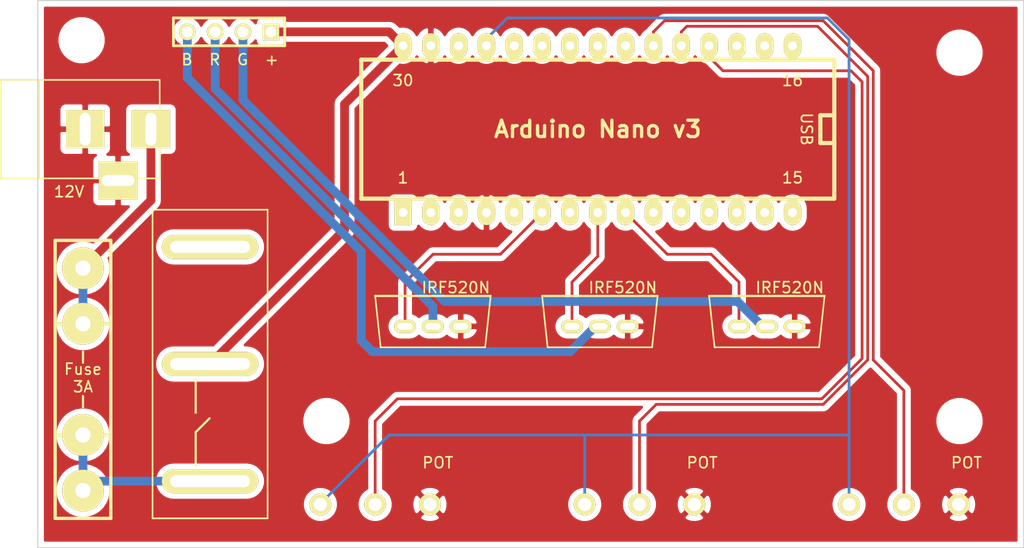
<source format=kicad_pcb>
(kicad_pcb (version 4) (host pcbnew 4.0.5)

  (general
    (links 27)
    (no_connects 0)
    (area 18.679999 19.949999 108.780001 70.050001)
    (thickness 1.6)
    (drawings 31)
    (tracks 81)
    (zones 0)
    (modules 16)
    (nets 35)
  )

  (page User 431.8 279.4)
  (title_block
    (title "RGB LED v2")
    (rev 1)
    (company "coredump Hackerspace")
  )

  (layers
    (0 F.Cu signal)
    (31 B.Cu signal)
    (32 B.Adhes user)
    (33 F.Adhes user)
    (34 B.Paste user)
    (35 F.Paste user)
    (36 B.SilkS user)
    (37 F.SilkS user)
    (38 B.Mask user)
    (39 F.Mask user)
    (40 Dwgs.User user)
    (41 Cmts.User user)
    (42 Eco1.User user)
    (43 Eco2.User user)
    (44 Edge.Cuts user)
  )

  (setup
    (last_trace_width 0.25)
    (user_trace_width 0.25)
    (user_trace_width 0.8)
    (trace_clearance 0.15)
    (zone_clearance 0.508)
    (zone_45_only yes)
    (trace_min 0.01)
    (segment_width 0.2)
    (edge_width 0.1)
    (via_size 1)
    (via_drill 0.8)
    (via_min_size 0.0295)
    (via_min_drill 0.0197)
    (uvia_size 0.0295)
    (uvia_drill 0.0197)
    (uvias_allowed no)
    (uvia_min_size 0.0295)
    (uvia_min_drill 0.0197)
    (pcb_text_width 0.3)
    (pcb_text_size 1.5 1.5)
    (mod_edge_width 0.15)
    (mod_text_size 1 1)
    (mod_text_width 0.15)
    (pad_size 2 8.72)
    (pad_drill 1)
    (pad_to_mask_clearance 0)
    (aux_axis_origin 0 0)
    (visible_elements FFFFFF7F)
    (pcbplotparams
      (layerselection 0x00030_80000001)
      (usegerberextensions true)
      (excludeedgelayer true)
      (linewidth 0.150000)
      (plotframeref false)
      (viasonmask false)
      (mode 1)
      (useauxorigin false)
      (hpglpennumber 1)
      (hpglpenspeed 20)
      (hpglpendiameter 15)
      (hpglpenoverlay 2)
      (psnegative false)
      (psa4output false)
      (plotreference false)
      (plotvalue false)
      (plotinvisibletext false)
      (padsonsilk false)
      (subtractmaskfromsilk false)
      (outputformat 1)
      (mirror false)
      (drillshape 0)
      (scaleselection 1)
      (outputdirectory gerber/))
  )

  (net 0 "")
  (net 1 GND)
  (net 2 "Net-(CON1-Pad1)")
  (net 3 "Net-(CONN1-Pad1)")
  (net 4 "Net-(CONN1-Pad2)")
  (net 5 "Net-(CONN1-Pad3)")
  (net 6 "Net-(CONN1-Pad4)")
  (net 7 "Net-(F1-Pad2)")
  (net 8 "Net-(QB1-PadG)")
  (net 9 "Net-(QG1-PadG)")
  (net 10 "Net-(QR1-PadG)")
  (net 11 "Net-(RV1-Pad1)")
  (net 12 "Net-(RV1-Pad2)")
  (net 13 "Net-(RV2-Pad2)")
  (net 14 "Net-(RV3-Pad2)")
  (net 15 "Net-(UC1-Pad1)")
  (net 16 "Net-(UC1-Pad2)")
  (net 17 "Net-(UC1-Pad3)")
  (net 18 "Net-(UC1-Pad7)")
  (net 19 "Net-(UC1-Pad8)")
  (net 20 "Net-(UC1-Pad9)")
  (net 21 "Net-(UC1-Pad10)")
  (net 22 "Net-(UC1-Pad11)")
  (net 23 "Net-(UC1-Pad13)")
  (net 24 "Net-(UC1-Pad16)")
  (net 25 "Net-(UC1-Pad17)")
  (net 26 "Net-(UC1-Pad18)")
  (net 27 "Net-(UC1-Pad20)")
  (net 28 "Net-(UC1-Pad22)")
  (net 29 "Net-(UC1-Pad25)")
  (net 30 "Net-(UC1-Pad26)")
  (net 31 "Net-(UC1-Pad27)")
  (net 32 "Net-(UC1-Pad28)")
  (net 33 "Net-(UC1-Pad29)")
  (net 34 "Net-(UC1-Pad30)")

  (net_class Default "This is the default net class."
    (clearance 0.15)
    (trace_width 0.25)
    (via_dia 1)
    (via_drill 0.8)
    (uvia_dia 0.0295)
    (uvia_drill 0.0197)
    (add_net "Net-(QB1-PadG)")
    (add_net "Net-(QG1-PadG)")
    (add_net "Net-(QR1-PadG)")
    (add_net "Net-(RV1-Pad1)")
    (add_net "Net-(RV1-Pad2)")
    (add_net "Net-(RV2-Pad2)")
    (add_net "Net-(RV3-Pad2)")
    (add_net "Net-(UC1-Pad1)")
    (add_net "Net-(UC1-Pad10)")
    (add_net "Net-(UC1-Pad11)")
    (add_net "Net-(UC1-Pad13)")
    (add_net "Net-(UC1-Pad16)")
    (add_net "Net-(UC1-Pad17)")
    (add_net "Net-(UC1-Pad18)")
    (add_net "Net-(UC1-Pad2)")
    (add_net "Net-(UC1-Pad20)")
    (add_net "Net-(UC1-Pad22)")
    (add_net "Net-(UC1-Pad25)")
    (add_net "Net-(UC1-Pad26)")
    (add_net "Net-(UC1-Pad27)")
    (add_net "Net-(UC1-Pad28)")
    (add_net "Net-(UC1-Pad29)")
    (add_net "Net-(UC1-Pad3)")
    (add_net "Net-(UC1-Pad30)")
    (add_net "Net-(UC1-Pad7)")
    (add_net "Net-(UC1-Pad8)")
    (add_net "Net-(UC1-Pad9)")
  )

  (net_class PWR ""
    (clearance 0.15)
    (trace_width 0.8)
    (via_dia 1)
    (via_drill 0.8)
    (uvia_dia 0.0295)
    (uvia_drill 0.0197)
    (add_net GND)
    (add_net "Net-(CON1-Pad1)")
    (add_net "Net-(CONN1-Pad1)")
    (add_net "Net-(CONN1-Pad2)")
    (add_net "Net-(CONN1-Pad3)")
    (add_net "Net-(CONN1-Pad4)")
    (add_net "Net-(F1-Pad2)")
  )

  (module Mounting_Holes:MountingHole_3.2mm_M3 (layer F.Cu) (tedit 58A9C1ED) (tstamp 58A9BC99)
    (at 22.733 23.622)
    (descr "Mounting Hole 3.2mm, no annular, M3")
    (tags "mounting hole 3.2mm no annular m3")
    (fp_text reference REF** (at 0 -4.2) (layer F.SilkS) hide
      (effects (font (size 1 1) (thickness 0.15)))
    )
    (fp_text value MountingHole_3.2mm_M3 (at 0 4.2) (layer F.Fab) hide
      (effects (font (size 1 1) (thickness 0.15)))
    )
    (fp_circle (center 0 0) (end 3.2 0) (layer Cmts.User) (width 0.15))
    (fp_circle (center 0 0) (end 3.45 0) (layer F.CrtYd) (width 0.05))
    (pad 1 np_thru_hole circle (at 0 0) (size 3.2 3.2) (drill 3.2) (layers *.Cu *.Mask F.SilkS))
  )

  (module KCD3 (layer F.Cu) (tedit 58A9BBA9) (tstamp 547B0845)
    (at 29.21 67.31 90)
    (path /547836EC)
    (fp_text reference SW1 (at 7.62 5.08 180) (layer F.SilkS) hide
      (effects (font (size 1 1) (thickness 0.15)))
    )
    (fp_text value SPST (at 10.16 5.08 180) (layer F.SilkS) hide
      (effects (font (size 1 1) (thickness 0.15)))
    )
    (fp_line (start 28.2 10.5) (end 0 10.5) (layer F.SilkS) (width 0.15))
    (fp_line (start 28.2 0) (end 28.2 10.5) (layer F.SilkS) (width 0.15))
    (fp_line (start 0 0) (end 28.2 0) (layer F.SilkS) (width 0.15))
    (fp_line (start 0 10.5) (end 0 0) (layer F.SilkS) (width 0.15))
    (pad 1 thru_hole oval (at 3.4 5.25 90) (size 2.2 8.8) (drill oval 1.1 7.3) (layers *.Cu *.Mask F.SilkS)
      (net 7 "Net-(F1-Pad2)"))
    (pad 2 thru_hole oval (at 14.1 5.25 90) (size 2.2 8.8) (drill oval 1.1 7.3) (layers *.Cu *.Mask F.SilkS)
      (net 3 "Net-(CONN1-Pad1)"))
    (pad 3 thru_hole oval (at 24.8 5.25 90) (size 2.2 8.8) (drill oval 1.1 7.3) (layers *.Cu *.Mask F.SilkS))
  )

  (module POT_3 (layer F.Cu) (tedit 58A9BB70) (tstamp 547A1F0F)
    (at 49.53 66.04)
    (path /54775FF7)
    (fp_text reference RV1 (at -5.715 -3.81) (layer F.SilkS) hide
      (effects (font (size 1 1) (thickness 0.15)))
    )
    (fp_text value POT (at 5.715 -3.81) (layer F.SilkS)
      (effects (font (size 1 1) (thickness 0.15)))
    )
    (pad 1 thru_hole circle (at -5 0) (size 2 2) (drill 1.2) (layers *.Cu *.Mask F.SilkS)
      (net 11 "Net-(RV1-Pad1)"))
    (pad 2 thru_hole circle (at 0 0) (size 2 2) (drill 1.2) (layers *.Cu *.Mask F.SilkS)
      (net 12 "Net-(RV1-Pad2)"))
    (pad 3 thru_hole circle (at 5 0) (size 2 2) (drill 1.2) (layers *.Cu *.Mask F.SilkS)
      (net 1 GND))
  )

  (module PIN_ARRAY_4x1 (layer F.Cu) (tedit 58A9BBEA) (tstamp 547A1F37)
    (at 36.195 22.86 180)
    (descr "Double rangee de contacts 2 x 5 pins")
    (tags CONN)
    (path /5476D68C)
    (fp_text reference CONN1 (at 0 2.54 180) (layer F.SilkS) hide
      (effects (font (size 1.016 1.016) (thickness 0.2032)))
    )
    (fp_text value "RGB LED" (at 0 2.54 180) (layer F.SilkS) hide
      (effects (font (size 1.016 1.016) (thickness 0.2032)))
    )
    (fp_line (start 5.08 1.27) (end -5.08 1.27) (layer F.SilkS) (width 0.254))
    (fp_line (start 5.08 -1.27) (end -5.08 -1.27) (layer F.SilkS) (width 0.254))
    (fp_line (start -5.08 -1.27) (end -5.08 1.27) (layer F.SilkS) (width 0.254))
    (fp_line (start 5.08 1.27) (end 5.08 -1.27) (layer F.SilkS) (width 0.254))
    (pad 1 thru_hole rect (at -3.81 0 180) (size 1.524 1.524) (drill 1.016) (layers *.Cu *.Mask F.SilkS)
      (net 3 "Net-(CONN1-Pad1)"))
    (pad 2 thru_hole circle (at -1.27 0 180) (size 1.524 1.524) (drill 1.016) (layers *.Cu *.Mask F.SilkS)
      (net 4 "Net-(CONN1-Pad2)"))
    (pad 3 thru_hole circle (at 1.27 0 180) (size 1.524 1.524) (drill 1.016) (layers *.Cu *.Mask F.SilkS)
      (net 5 "Net-(CONN1-Pad3)"))
    (pad 4 thru_hole circle (at 3.81 0 180) (size 1.524 1.524) (drill 1.016) (layers *.Cu *.Mask F.SilkS)
      (net 6 "Net-(CONN1-Pad4)"))
    (model pin_array\pins_array_4x1.wrl
      (at (xyz 0 0 0))
      (scale (xyz 1 1 1))
      (rotate (xyz 0 0 0))
    )
  )

  (module arduino_nano (layer F.Cu) (tedit 547CCCCD) (tstamp 547B07E1)
    (at 68.58 31.75 180)
    (descr "30 pins DIL package, elliptical pads, width 600mil (arduino nano)")
    (tags "DIL arduino nano")
    (path /54776301)
    (fp_text reference UC1 (at -16.51 0 180) (layer F.SilkS) hide
      (effects (font (size 1.778 1.778) (thickness 0.3048)))
    )
    (fp_text value ARDUINO_NANO (at -10.795 3.175 180) (layer F.SilkS) hide
      (effects (font (size 1.778 1.778) (thickness 0.3048)))
    )
    (fp_line (start -22.86 -6.35) (end 20.32 -6.35) (layer F.SilkS) (width 0.381))
    (fp_line (start 20.32 -6.35) (end 20.32 6.35) (layer F.SilkS) (width 0.381))
    (fp_line (start 20.32 6.35) (end -22.86 6.35) (layer F.SilkS) (width 0.381))
    (fp_line (start -22.86 6.35) (end -22.86 -6.35) (layer F.SilkS) (width 0.381))
    (fp_line (start -22.86 1.27) (end -21.59 1.27) (layer F.SilkS) (width 0.381))
    (fp_line (start -21.59 1.27) (end -21.59 -1.27) (layer F.SilkS) (width 0.381))
    (fp_line (start -21.59 -1.27) (end -22.86 -1.27) (layer F.SilkS) (width 0.381))
    (pad 1 thru_hole oval (at -19.05 7.62 180) (size 1.5748 2.286) (drill 0.8128) (layers *.Cu *.Mask F.SilkS)
      (net 15 "Net-(UC1-Pad1)"))
    (pad 2 thru_hole oval (at -16.51 7.62 180) (size 1.5748 2.286) (drill 0.8128) (layers *.Cu *.Mask F.SilkS)
      (net 16 "Net-(UC1-Pad2)"))
    (pad 3 thru_hole oval (at -13.97 7.62 180) (size 1.5748 2.286) (drill 0.8128) (layers *.Cu *.Mask F.SilkS)
      (net 17 "Net-(UC1-Pad3)"))
    (pad 4 thru_hole oval (at -11.43 7.62 180) (size 1.5748 2.286) (drill 0.8128) (layers *.Cu *.Mask F.SilkS)
      (net 12 "Net-(RV1-Pad2)"))
    (pad 5 thru_hole oval (at -8.89 7.62 180) (size 1.5748 2.286) (drill 0.8128) (layers *.Cu *.Mask F.SilkS)
      (net 13 "Net-(RV2-Pad2)"))
    (pad 6 thru_hole oval (at -6.35 7.62 180) (size 1.5748 2.286) (drill 0.8128) (layers *.Cu *.Mask F.SilkS)
      (net 14 "Net-(RV3-Pad2)"))
    (pad 7 thru_hole oval (at -3.81 7.62 180) (size 1.5748 2.286) (drill 0.8128) (layers *.Cu *.Mask F.SilkS)
      (net 18 "Net-(UC1-Pad7)"))
    (pad 8 thru_hole oval (at -1.27 7.62 180) (size 1.5748 2.286) (drill 0.8128) (layers *.Cu *.Mask F.SilkS)
      (net 19 "Net-(UC1-Pad8)"))
    (pad 9 thru_hole oval (at 1.27 7.62 180) (size 1.5748 2.286) (drill 0.8128) (layers *.Cu *.Mask F.SilkS)
      (net 20 "Net-(UC1-Pad9)"))
    (pad 10 thru_hole oval (at 3.81 7.62 180) (size 1.5748 2.286) (drill 0.8128) (layers *.Cu *.Mask F.SilkS)
      (net 21 "Net-(UC1-Pad10)"))
    (pad 11 thru_hole oval (at 6.35 7.62 180) (size 1.5748 2.286) (drill 0.8128) (layers *.Cu *.Mask F.SilkS)
      (net 22 "Net-(UC1-Pad11)"))
    (pad 12 thru_hole oval (at 8.89 7.62 180) (size 1.5748 2.286) (drill 0.8128) (layers *.Cu *.Mask F.SilkS)
      (net 11 "Net-(RV1-Pad1)"))
    (pad 13 thru_hole oval (at 11.43 7.62 180) (size 1.5748 2.286) (drill 0.8128) (layers *.Cu *.Mask F.SilkS)
      (net 23 "Net-(UC1-Pad13)"))
    (pad 14 thru_hole oval (at 13.97 7.62 180) (size 1.5748 2.286) (drill 0.8128) (layers *.Cu *.Mask F.SilkS)
      (net 1 GND))
    (pad 15 thru_hole oval (at 16.51 7.62 180) (size 1.5748 2.286) (drill 0.8128) (layers *.Cu *.Mask F.SilkS)
      (net 3 "Net-(CONN1-Pad1)"))
    (pad 16 thru_hole rect (at 16.51 -7.62 180) (size 1.5748 2.286) (drill 0.8128) (layers *.Cu *.Mask F.SilkS)
      (net 24 "Net-(UC1-Pad16)"))
    (pad 17 thru_hole oval (at 13.97 -7.62 180) (size 1.5748 2.286) (drill 0.8128) (layers *.Cu *.Mask F.SilkS)
      (net 25 "Net-(UC1-Pad17)"))
    (pad 18 thru_hole oval (at 11.43 -7.62 180) (size 1.5748 2.286) (drill 0.8128) (layers *.Cu *.Mask F.SilkS)
      (net 26 "Net-(UC1-Pad18)"))
    (pad 19 thru_hole oval (at 8.89 -7.62 180) (size 1.5748 2.286) (drill 0.8128) (layers *.Cu *.Mask F.SilkS)
      (net 1 GND))
    (pad 20 thru_hole oval (at 6.35 -7.62 180) (size 1.5748 2.286) (drill 0.8128) (layers *.Cu *.Mask F.SilkS)
      (net 27 "Net-(UC1-Pad20)"))
    (pad 21 thru_hole oval (at 3.81 -7.62 180) (size 1.5748 2.286) (drill 0.8128) (layers *.Cu *.Mask F.SilkS)
      (net 10 "Net-(QR1-PadG)"))
    (pad 22 thru_hole oval (at 1.27 -7.62 180) (size 1.5748 2.286) (drill 0.8128) (layers *.Cu *.Mask F.SilkS)
      (net 28 "Net-(UC1-Pad22)"))
    (pad 23 thru_hole oval (at -1.27 -7.62 180) (size 1.5748 2.286) (drill 0.8128) (layers *.Cu *.Mask F.SilkS)
      (net 8 "Net-(QB1-PadG)"))
    (pad 24 thru_hole oval (at -3.81 -7.62 180) (size 1.5748 2.286) (drill 0.8128) (layers *.Cu *.Mask F.SilkS)
      (net 9 "Net-(QG1-PadG)"))
    (pad 25 thru_hole oval (at -6.35 -7.62 180) (size 1.5748 2.286) (drill 0.8128) (layers *.Cu *.Mask F.SilkS)
      (net 29 "Net-(UC1-Pad25)"))
    (pad 26 thru_hole oval (at -8.89 -7.62 180) (size 1.5748 2.286) (drill 0.8128) (layers *.Cu *.Mask F.SilkS)
      (net 30 "Net-(UC1-Pad26)"))
    (pad 27 thru_hole oval (at -11.43 -7.62 180) (size 1.5748 2.286) (drill 0.8128) (layers *.Cu *.Mask F.SilkS)
      (net 31 "Net-(UC1-Pad27)"))
    (pad 28 thru_hole oval (at -13.97 -7.62 180) (size 1.5748 2.286) (drill 0.8128) (layers *.Cu *.Mask F.SilkS)
      (net 32 "Net-(UC1-Pad28)"))
    (pad 29 thru_hole oval (at -16.51 -7.62 180) (size 1.5748 2.286) (drill 0.8128) (layers *.Cu *.Mask F.SilkS)
      (net 33 "Net-(UC1-Pad29)"))
    (pad 30 thru_hole oval (at -19.05 -7.62 180) (size 1.5748 2.286) (drill 0.8128) (layers *.Cu *.Mask F.SilkS)
      (net 34 "Net-(UC1-Pad30)"))
    (model /home/danilo/Projects/rgb-led/kicad-library/arduino-nano.wrl
      (at (xyz -0.978 -0.385 0))
      (scale (xyz 0.3937 0.3937 0.3937))
      (rotate (xyz 0 0 0))
    )
  )

  (module OSHW_MASK_7MM (layer F.Cu) (tedit 0) (tstamp 547A39AD)
    (at 38.481 30.099)
    (fp_text reference G*** (at 0 3.71094) (layer F.Mask) hide
      (effects (font (size 0.3175 0.3175) (thickness 0.0635)))
    )
    (fp_text value LOGO (at 0 -3.71094) (layer F.Mask) hide
      (effects (font (size 0.3175 0.3175) (thickness 0.0635)))
    )
    (fp_poly (pts (xy -2.1209 3.14452) (xy -2.08534 3.1242) (xy -2.00152 3.0734) (xy -1.88468 2.9972)
      (xy -1.74752 2.90322) (xy -1.60782 2.80924) (xy -1.49606 2.73304) (xy -1.41478 2.68224)
      (xy -1.38176 2.66446) (xy -1.36398 2.66954) (xy -1.29794 2.70256) (xy -1.20142 2.75082)
      (xy -1.14808 2.7813) (xy -1.05918 2.8194) (xy -1.016 2.82702) (xy -1.00838 2.81432)
      (xy -0.97536 2.74574) (xy -0.92456 2.63144) (xy -0.85852 2.48158) (xy -0.78486 2.30378)
      (xy -0.70358 2.11074) (xy -0.6223 1.91516) (xy -0.54356 1.72974) (xy -0.47498 1.5621)
      (xy -0.42164 1.42494) (xy -0.38354 1.33096) (xy -0.37084 1.29032) (xy -0.37592 1.2827)
      (xy -0.4191 1.23952) (xy -0.4953 1.1811) (xy -0.6604 1.04648) (xy -0.8255 0.84328)
      (xy -0.92456 0.61214) (xy -0.95758 0.35306) (xy -0.92964 0.1143) (xy -0.83566 -0.1143)
      (xy -0.67564 -0.32004) (xy -0.4826 -0.47244) (xy -0.254 -0.5715) (xy 0 -0.60198)
      (xy 0.24384 -0.57404) (xy 0.47752 -0.4826) (xy 0.68326 -0.32512) (xy 0.77216 -0.22352)
      (xy 0.89154 -0.01524) (xy 0.96012 0.20828) (xy 0.96774 0.26416) (xy 0.95758 0.51054)
      (xy 0.88392 0.74676) (xy 0.75438 0.95758) (xy 0.57404 1.1303) (xy 0.55118 1.14554)
      (xy 0.46736 1.20904) (xy 0.41148 1.25222) (xy 0.3683 1.28778) (xy 0.68072 2.03962)
      (xy 0.73152 2.16154) (xy 0.81788 2.36728) (xy 0.89408 2.54508) (xy 0.9525 2.68478)
      (xy 0.99568 2.77876) (xy 1.01346 2.81686) (xy 1.016 2.8194) (xy 1.04394 2.82448)
      (xy 1.09982 2.80416) (xy 1.2065 2.75336) (xy 1.27508 2.7178) (xy 1.35636 2.67716)
      (xy 1.39192 2.66446) (xy 1.4224 2.6797) (xy 1.4986 2.7305) (xy 1.61036 2.80416)
      (xy 1.74498 2.8956) (xy 1.87452 2.9845) (xy 1.99136 3.0607) (xy 2.07772 3.11658)
      (xy 2.11836 3.13944) (xy 2.12598 3.13944) (xy 2.16408 3.11912) (xy 2.23012 3.0607)
      (xy 2.33426 2.96418) (xy 2.47904 2.82194) (xy 2.5019 2.79908) (xy 2.62128 2.67716)
      (xy 2.7178 2.57556) (xy 2.7813 2.50444) (xy 2.8067 2.47142) (xy 2.8067 2.47142)
      (xy 2.78384 2.43078) (xy 2.7305 2.34442) (xy 2.65176 2.22504) (xy 2.55524 2.08534)
      (xy 2.30632 1.72212) (xy 2.44348 1.37922) (xy 2.48666 1.27508) (xy 2.54 1.14808)
      (xy 2.5781 1.05664) (xy 2.59842 1.01854) (xy 2.63652 1.0033) (xy 2.7305 0.98298)
      (xy 2.86512 0.95504) (xy 3.02768 0.92456) (xy 3.18262 0.89408) (xy 3.32232 0.86868)
      (xy 3.42138 0.84836) (xy 3.4671 0.84074) (xy 3.47726 0.83312) (xy 3.48742 0.8128)
      (xy 3.4925 0.76454) (xy 3.49758 0.68072) (xy 3.49758 0.5461) (xy 3.49758 0.35306)
      (xy 3.49758 0.33274) (xy 3.49758 0.14732) (xy 3.4925 0.00254) (xy 3.48742 -0.09398)
      (xy 3.48234 -0.13208) (xy 3.48234 -0.13208) (xy 3.43916 -0.14224) (xy 3.3401 -0.16256)
      (xy 3.2004 -0.1905) (xy 3.0353 -0.22098) (xy 3.02514 -0.22352) (xy 2.8575 -0.25654)
      (xy 2.72034 -0.28448) (xy 2.62382 -0.30734) (xy 2.58064 -0.32004) (xy 2.57302 -0.3302)
      (xy 2.54 -0.39624) (xy 2.49174 -0.49784) (xy 2.4384 -0.62484) (xy 2.38252 -0.75438)
      (xy 2.3368 -0.87122) (xy 2.30632 -0.95758) (xy 2.29616 -0.99822) (xy 2.29616 -0.99822)
      (xy 2.32156 -1.03886) (xy 2.37744 -1.12268) (xy 2.45872 -1.24206) (xy 2.55524 -1.3843)
      (xy 2.56286 -1.39446) (xy 2.65684 -1.53416) (xy 2.73558 -1.65354) (xy 2.78638 -1.73736)
      (xy 2.8067 -1.77546) (xy 2.80416 -1.778) (xy 2.77368 -1.81864) (xy 2.70256 -1.89992)
      (xy 2.60096 -2.0066) (xy 2.4765 -2.12852) (xy 2.4384 -2.16662) (xy 2.30378 -2.30124)
      (xy 2.20726 -2.3876) (xy 2.14884 -2.43332) (xy 2.1209 -2.44348) (xy 2.1209 -2.44348)
      (xy 2.07772 -2.41808) (xy 1.98882 -2.35966) (xy 1.86944 -2.27838) (xy 1.7272 -2.18186)
      (xy 1.71704 -2.17678) (xy 1.57734 -2.08026) (xy 1.4605 -2.00152) (xy 1.37922 -1.94564)
      (xy 1.34366 -1.92532) (xy 1.33604 -1.92532) (xy 1.28016 -1.94056) (xy 1.1811 -1.97612)
      (xy 1.05664 -2.02438) (xy 0.9271 -2.07518) (xy 0.81026 -2.12598) (xy 0.72136 -2.16662)
      (xy 0.68072 -2.18948) (xy 0.67818 -2.19202) (xy 0.66548 -2.24282) (xy 0.64008 -2.34696)
      (xy 0.6096 -2.49174) (xy 0.57912 -2.66192) (xy 0.57404 -2.68986) (xy 0.54102 -2.85496)
      (xy 0.51562 -2.99466) (xy 0.4953 -3.08864) (xy 0.48514 -3.12928) (xy 0.46228 -3.13436)
      (xy 0.381 -3.13944) (xy 0.25654 -3.14198) (xy 0.10414 -3.14452) (xy -0.05334 -3.14452)
      (xy -0.20828 -3.13944) (xy -0.34036 -3.13436) (xy -0.43434 -3.12928) (xy -0.47244 -3.12166)
      (xy -0.47498 -3.11912) (xy -0.49022 -3.06832) (xy -0.51308 -2.96164) (xy -0.54102 -2.81686)
      (xy -0.57404 -2.64668) (xy -0.57912 -2.6162) (xy -0.61214 -2.44856) (xy -0.64008 -2.3114)
      (xy -0.6604 -2.21996) (xy -0.67056 -2.18186) (xy -0.6858 -2.17424) (xy -0.75438 -2.14376)
      (xy -0.86614 -2.09804) (xy -1.0033 -2.04216) (xy -1.32334 -1.91262) (xy -1.71704 -2.18186)
      (xy -1.7526 -2.20472) (xy -1.89484 -2.30124) (xy -2.00914 -2.37998) (xy -2.09042 -2.43078)
      (xy -2.12344 -2.4511) (xy -2.12598 -2.44856) (xy -2.16662 -2.41554) (xy -2.24536 -2.34188)
      (xy -2.3495 -2.23774) (xy -2.47396 -2.11582) (xy -2.5654 -2.02438) (xy -2.67462 -1.91262)
      (xy -2.7432 -1.83896) (xy -2.77876 -1.7907) (xy -2.794 -1.76276) (xy -2.78892 -1.74498)
      (xy -2.76352 -1.70434) (xy -2.70764 -1.61798) (xy -2.62636 -1.4986) (xy -2.52984 -1.3589)
      (xy -2.4511 -1.24206) (xy -2.36728 -1.10998) (xy -2.3114 -1.016) (xy -2.29108 -0.97028)
      (xy -2.29616 -0.9525) (xy -2.3241 -0.87376) (xy -2.36982 -0.75946) (xy -2.43078 -0.61976)
      (xy -2.5654 -0.30988) (xy -2.77114 -0.26924) (xy -2.89306 -0.24638) (xy -3.06578 -0.21336)
      (xy -3.23088 -0.18034) (xy -3.48996 -0.13208) (xy -3.50012 0.81534) (xy -3.45948 0.83312)
      (xy -3.42138 0.84328) (xy -3.32486 0.8636) (xy -3.1877 0.89154) (xy -3.02768 0.92202)
      (xy -2.89052 0.94742) (xy -2.75336 0.97536) (xy -2.6543 0.99314) (xy -2.60858 1.0033)
      (xy -2.59842 1.01854) (xy -2.56286 1.08458) (xy -2.5146 1.19126) (xy -2.45872 1.31826)
      (xy -2.40284 1.45288) (xy -2.35458 1.5748) (xy -2.32156 1.66878) (xy -2.30886 1.71704)
      (xy -2.32664 1.7526) (xy -2.37998 1.83388) (xy -2.45618 1.95072) (xy -2.55016 2.08788)
      (xy -2.64414 2.22504) (xy -2.72288 2.34188) (xy -2.77876 2.4257) (xy -2.80162 2.4638)
      (xy -2.78892 2.49174) (xy -2.73558 2.55778) (xy -2.63144 2.66446) (xy -2.4765 2.81686)
      (xy -2.4511 2.84226) (xy -2.32918 2.9591) (xy -2.22504 3.05562) (xy -2.15392 3.11912)
      (xy -2.1209 3.14452)) (layer F.Mask) (width 0.00254))
  )

  (module FUSE5-20 (layer F.Cu) (tedit 58A9BBBB) (tstamp 547B0B91)
    (at 22.86 54.61 270)
    (descr "Support fusible 5 x 20")
    (tags DEV)
    (path /547B0358)
    (fp_text reference F1 (at 0 0 270) (layer F.SilkS) hide
      (effects (font (size 2.83464 1.59512) (thickness 0.3048)))
    )
    (fp_text value FUSE (at 0 0 270) (layer F.SilkS) hide
      (effects (font (size 1 1) (thickness 0.25)))
    )
    (fp_line (start -12.7 -2.54) (end 12.7 -2.54) (layer F.SilkS) (width 0.3048))
    (fp_line (start 12.7 -2.54) (end 12.7 2.54) (layer F.SilkS) (width 0.3048))
    (fp_line (start 12.7 2.54) (end -12.7 2.54) (layer F.SilkS) (width 0.3048))
    (fp_line (start -12.7 2.54) (end -12.7 -2.54) (layer F.SilkS) (width 0.3048))
    (fp_line (start -5.08 -2.54) (end -5.08 2.54) (layer F.SilkS) (width 0.3048))
    (fp_line (start 5.08 -2.54) (end 5.08 2.54) (layer F.SilkS) (width 0.3048))
    (pad 1 thru_hole circle (at -10.16 0 270) (size 3.81 3.81) (drill 1.397) (layers *.Cu *.Mask F.SilkS)
      (net 2 "Net-(CON1-Pad1)"))
    (pad 1 thru_hole circle (at -5.08 0 270) (size 3.81 3.81) (drill 1.397) (layers *.Cu *.Mask F.SilkS)
      (net 2 "Net-(CON1-Pad1)"))
    (pad 2 thru_hole circle (at 5.08 0 270) (size 3.81 3.81) (drill 1.397) (layers *.Cu *.Mask F.SilkS)
      (net 7 "Net-(F1-Pad2)"))
    (pad 2 thru_hole circle (at 10.16 0 270) (size 3.81 3.81) (drill 1.397) (layers *.Cu *.Mask F.SilkS)
      (net 7 "Net-(F1-Pad2)"))
  )

  (module IRF520N (layer F.Cu) (tedit 58A9BBFF) (tstamp 547B0811)
    (at 49.53 46.99)
    (path /5476D26F)
    (fp_text reference QR1 (at -1.27 5.08) (layer F.SilkS) hide
      (effects (font (size 1 1) (thickness 0.15)))
    )
    (fp_text value "IRF520N FET" (at 5.08 6.35) (layer F.SilkS) hide
      (effects (font (size 1 1) (thickness 0.15)))
    )
    (fp_line (start 0 0) (end 10.54 0) (layer F.SilkS) (width 0.15))
    (fp_line (start 10.54 0) (end 10.04 4.69) (layer F.SilkS) (width 0.15))
    (fp_line (start 10.04 4.69) (end 0.5 4.69) (layer F.SilkS) (width 0.15))
    (fp_line (start 0.5 4.69) (end 0 0) (layer F.SilkS) (width 0.15))
    (pad G thru_hole oval (at 2.73 2.78) (size 2 1.2) (drill oval 1.4 0.6) (layers *.Cu *.Mask F.SilkS)
      (net 10 "Net-(QR1-PadG)"))
    (pad D thru_hole oval (at 5.27 2.78) (size 2 1.2) (drill oval 1.4 0.6) (layers *.Cu *.Mask F.SilkS)
      (net 5 "Net-(CONN1-Pad3)"))
    (pad S thru_hole oval (at 7.81 2.78) (size 2 1.2) (drill oval 1.4 0.6) (layers *.Cu *.Mask F.SilkS)
      (net 1 GND))
    (model /home/danilo/Projects/rgb-led/kicad-library/irf520n.wrl
      (at (xyz 0 0 0))
      (scale (xyz 0.3937 0.3937 0.3937))
      (rotate (xyz 0 0 0))
    )
  )

  (module IRF520N (layer F.Cu) (tedit 58A9BBFB) (tstamp 547B07F9)
    (at 64.77 46.99)
    (path /5476D28C)
    (fp_text reference QB1 (at -1.27 5.08) (layer F.SilkS) hide
      (effects (font (size 1 1) (thickness 0.15)))
    )
    (fp_text value "IRF520N FET" (at 5.08 6.35) (layer F.SilkS) hide
      (effects (font (size 1 1) (thickness 0.15)))
    )
    (fp_line (start 0 0) (end 10.54 0) (layer F.SilkS) (width 0.15))
    (fp_line (start 10.54 0) (end 10.04 4.69) (layer F.SilkS) (width 0.15))
    (fp_line (start 10.04 4.69) (end 0.5 4.69) (layer F.SilkS) (width 0.15))
    (fp_line (start 0.5 4.69) (end 0 0) (layer F.SilkS) (width 0.15))
    (pad G thru_hole oval (at 2.73 2.78) (size 2 1.2) (drill oval 1.4 0.6) (layers *.Cu *.Mask F.SilkS)
      (net 8 "Net-(QB1-PadG)"))
    (pad D thru_hole oval (at 5.27 2.78) (size 2 1.2) (drill oval 1.4 0.6) (layers *.Cu *.Mask F.SilkS)
      (net 6 "Net-(CONN1-Pad4)"))
    (pad S thru_hole oval (at 7.81 2.78) (size 2 1.2) (drill oval 1.4 0.6) (layers *.Cu *.Mask F.SilkS)
      (net 1 GND))
    (model /home/danilo/Projects/rgb-led/kicad-library/irf520n.wrl
      (at (xyz 0 0 0))
      (scale (xyz 0.3937 0.3937 0.3937))
      (rotate (xyz 0 0 0))
    )
  )

  (module IRF520N (layer F.Cu) (tedit 58A9BBF9) (tstamp 547B0F7F)
    (at 80.01 46.99)
    (path /5476D286)
    (fp_text reference QG1 (at -1.27 5.08) (layer F.SilkS) hide
      (effects (font (size 1 1) (thickness 0.15)))
    )
    (fp_text value "IRF520N FET" (at 5.08 6.35) (layer F.SilkS) hide
      (effects (font (size 1 1) (thickness 0.15)))
    )
    (fp_line (start 0 0) (end 10.54 0) (layer F.SilkS) (width 0.15))
    (fp_line (start 10.54 0) (end 10.04 4.69) (layer F.SilkS) (width 0.15))
    (fp_line (start 10.04 4.69) (end 0.5 4.69) (layer F.SilkS) (width 0.15))
    (fp_line (start 0.5 4.69) (end 0 0) (layer F.SilkS) (width 0.15))
    (pad G thru_hole oval (at 2.73 2.78) (size 2 1.2) (drill oval 1.4 0.6) (layers *.Cu *.Mask F.SilkS)
      (net 9 "Net-(QG1-PadG)"))
    (pad D thru_hole oval (at 5.27 2.78) (size 2 1.2) (drill oval 1.4 0.6) (layers *.Cu *.Mask F.SilkS)
      (net 4 "Net-(CONN1-Pad2)"))
    (pad S thru_hole oval (at 7.81 2.78) (size 2 1.2) (drill oval 1.4 0.6) (layers *.Cu *.Mask F.SilkS)
      (net 1 GND))
    (model /home/danilo/Projects/rgb-led/kicad-library/irf520n.wrl
      (at (xyz 0 0 0))
      (scale (xyz 0.3937 0.3937 0.3937))
      (rotate (xyz 0 0 0))
    )
  )

  (module POT_3_Naked (layer F.Cu) (tedit 58A9BB9D) (tstamp 547A1F1D)
    (at 73.66 66.04)
    (path /54776051)
    (fp_text reference RV2 (at -5.715 -3.81) (layer F.SilkS) hide
      (effects (font (size 1 1) (thickness 0.15)))
    )
    (fp_text value POT (at 5.715 -3.81) (layer F.SilkS)
      (effects (font (size 1 1) (thickness 0.15)))
    )
    (pad 1 thru_hole circle (at -5 0) (size 2 2) (drill 1.2) (layers *.Cu *.Mask F.SilkS)
      (net 11 "Net-(RV1-Pad1)"))
    (pad 2 thru_hole circle (at 0 0) (size 2 2) (drill 1.2) (layers *.Cu *.Mask F.SilkS)
      (net 13 "Net-(RV2-Pad2)"))
    (pad 3 thru_hole circle (at 5 0) (size 2 2) (drill 1.2) (layers *.Cu *.Mask F.SilkS)
      (net 1 GND))
  )

  (module POT_3_Naked (layer F.Cu) (tedit 58A9BB9F) (tstamp 547B1F95)
    (at 97.79 66.04)
    (path /54776057)
    (fp_text reference RV3 (at -5.715 -3.81) (layer F.SilkS) hide
      (effects (font (size 1 1) (thickness 0.15)))
    )
    (fp_text value POT (at 5.715 -3.81) (layer F.SilkS)
      (effects (font (size 1 1) (thickness 0.15)))
    )
    (pad 1 thru_hole circle (at -5 0) (size 2 2) (drill 1.2) (layers *.Cu *.Mask F.SilkS)
      (net 11 "Net-(RV1-Pad1)"))
    (pad 2 thru_hole circle (at 0 0) (size 2 2) (drill 1.2) (layers *.Cu *.Mask F.SilkS)
      (net 14 "Net-(RV3-Pad2)"))
    (pad 3 thru_hole circle (at 5 0) (size 2 2) (drill 1.2) (layers *.Cu *.Mask F.SilkS)
      (net 1 GND))
  )

  (module Connect:BARREL_JACK (layer F.Cu) (tedit 58A9C1F3) (tstamp 57DAC1EA)
    (at 22.86 31.75)
    (descr "DC Barrel Jack")
    (tags "Power Jack")
    (path /57CC444D)
    (fp_text reference CON1 (at 10.09904 0 90) (layer F.SilkS) hide
      (effects (font (size 1 1) (thickness 0.15)))
    )
    (fp_text value BARREL_JACK (at 0 -5.99948) (layer F.Fab) hide
      (effects (font (size 1 1) (thickness 0.15)))
    )
    (fp_line (start -4.0005 -4.50088) (end -4.0005 4.50088) (layer F.SilkS) (width 0.15))
    (fp_line (start -7.50062 -4.50088) (end -7.50062 4.50088) (layer F.SilkS) (width 0.15))
    (fp_line (start -7.50062 4.50088) (end 7.00024 4.50088) (layer F.SilkS) (width 0.15))
    (fp_line (start 7.00024 4.50088) (end 7.00024 -4.50088) (layer F.SilkS) (width 0.15))
    (fp_line (start 7.00024 -4.50088) (end -7.50062 -4.50088) (layer F.SilkS) (width 0.15))
    (pad 1 thru_hole rect (at 6.20014 0) (size 3.50012 3.50012) (drill oval 1.00076 2.99974) (layers *.Cu *.Mask F.SilkS)
      (net 2 "Net-(CON1-Pad1)"))
    (pad 2 thru_hole rect (at 0.20066 0) (size 3.50012 3.50012) (drill oval 1.00076 2.99974) (layers *.Cu *.Mask F.SilkS)
      (net 1 GND))
    (pad 3 thru_hole rect (at 3.2004 4.699) (size 3.50012 3.50012) (drill oval 2.99974 1.00076) (layers *.Cu *.Mask F.SilkS)
      (net 1 GND))
    (model Connect.3dshapes/JACK_ALIM.wrl
      (at (xyz 0 0 0))
      (scale (xyz 0.9 0.8 0.9))
      (rotate (xyz 0 0 0))
    )
  )

  (module Mounting_Holes:MountingHole_3.2mm_M3 (layer F.Cu) (tedit 58A9C1E7) (tstamp 57E05AA1)
    (at 102.87 24.765)
    (descr "Mounting Hole 3.2mm, no annular, M3")
    (tags "mounting hole 3.2mm no annular m3")
    (fp_text reference REF** (at 0 -4.2) (layer F.SilkS) hide
      (effects (font (size 1 1) (thickness 0.15)))
    )
    (fp_text value MountingHole_3.2mm_M3 (at 11.43 -3.429) (layer F.Fab) hide
      (effects (font (size 1 1) (thickness 0.15)))
    )
    (fp_circle (center 0 0) (end 3.2 0) (layer Cmts.User) (width 0.15))
    (fp_circle (center 0 0) (end 3.45 0) (layer F.CrtYd) (width 0.05))
    (pad 1 np_thru_hole circle (at 0 0) (size 3.2 3.2) (drill 3.2) (layers *.Cu *.Mask F.SilkS))
  )

  (module Mounting_Holes:MountingHole_3.2mm_M3 (layer F.Cu) (tedit 58A9C1E2) (tstamp 57E05AAE)
    (at 45.085 58.42)
    (descr "Mounting Hole 3.2mm, no annular, M3")
    (tags "mounting hole 3.2mm no annular m3")
    (fp_text reference REF** (at 0 -4.2) (layer F.SilkS) hide
      (effects (font (size 1 1) (thickness 0.15)))
    )
    (fp_text value MountingHole_3.2mm_M3 (at 0 4.2) (layer F.Fab) hide
      (effects (font (size 1 1) (thickness 0.15)))
    )
    (fp_circle (center 0 0) (end 3.2 0) (layer Cmts.User) (width 0.15))
    (fp_circle (center 0 0) (end 3.45 0) (layer F.CrtYd) (width 0.05))
    (pad 1 np_thru_hole circle (at 0 0) (size 3.2 3.2) (drill 3.2) (layers *.Cu *.Mask F.SilkS))
  )

  (module Mounting_Holes:MountingHole_3.2mm_M3 (layer F.Cu) (tedit 58A9C1E5) (tstamp 57E05ABB)
    (at 102.87 58.42)
    (descr "Mounting Hole 3.2mm, no annular, M3")
    (tags "mounting hole 3.2mm no annular m3")
    (fp_text reference REF** (at 0 -4.2) (layer F.SilkS) hide
      (effects (font (size 1 1) (thickness 0.15)))
    )
    (fp_text value MountingHole_3.2mm_M3 (at 12.446 3.302) (layer F.Fab) hide
      (effects (font (size 1 1) (thickness 0.15)))
    )
    (fp_circle (center 0 0) (end 3.2 0) (layer Cmts.User) (width 0.15))
    (fp_circle (center 0 0) (end 3.45 0) (layer F.CrtYd) (width 0.05))
    (pad 1 np_thru_hole circle (at 0 0) (size 3.2 3.2) (drill 3.2) (layers *.Cu *.Mask F.SilkS))
  )

  (gr_text IRF520N (at 87.376 46.228) (layer F.SilkS)
    (effects (font (size 1 1) (thickness 0.15)))
  )
  (gr_text IRF520N (at 72.136 46.228) (layer F.SilkS)
    (effects (font (size 1 1) (thickness 0.15)))
  )
  (gr_text IRF520N (at 56.896 46.228) (layer F.SilkS)
    (effects (font (size 1 1) (thickness 0.15)))
  )
  (gr_line (start 80.01 46.99) (end 90.551 46.99) (angle 90) (layer F.SilkS) (width 0.2))
  (gr_line (start 64.77 46.99) (end 75.311 46.99) (angle 90) (layer F.SilkS) (width 0.2))
  (gr_line (start 49.53 46.99) (end 60.071 46.99) (angle 90) (layer F.SilkS) (width 0.2))
  (gr_line (start 33.147 62.23) (end 33.147 62.484) (angle 90) (layer F.SilkS) (width 0.2))
  (gr_line (start 33.147 54.864) (end 33.147 54.61) (angle 90) (layer F.SilkS) (width 0.2))
  (gr_line (start 33.147 59.436) (end 34.417 58.166) (angle 90) (layer F.SilkS) (width 0.2))
  (gr_line (start 33.147 54.864) (end 33.147 57.658) (angle 90) (layer F.SilkS) (width 0.2))
  (gr_line (start 33.147 62.23) (end 33.147 59.436) (angle 90) (layer F.SilkS) (width 0.2))
  (gr_line (start 22.86 56.134) (end 22.86 57.15) (angle 90) (layer F.SilkS) (width 0.2))
  (gr_line (start 22.86 52.07) (end 22.86 53.086) (angle 90) (layer F.SilkS) (width 0.2))
  (gr_text "Fuse\n3A" (at 22.86 54.483) (layer F.SilkS)
    (effects (font (size 1 1) (thickness 0.15)))
  )
  (gr_text B (at 31.75 25.4) (layer F.SilkS)
    (effects (font (size 1 1) (thickness 0.15)) (justify left))
  )
  (gr_text R (at 34.29 25.4) (layer F.SilkS)
    (effects (font (size 1 1) (thickness 0.15)) (justify left))
  )
  (gr_text G (at 36.83 25.4) (layer F.SilkS)
    (effects (font (size 1 1) (thickness 0.15)) (justify left))
  )
  (gr_text + (at 39.37 25.4) (layer F.SilkS)
    (effects (font (size 1 1) (thickness 0.15)) (justify left))
  )
  (gr_text 12V (at 21.59 37.465) (layer F.SilkS)
    (effects (font (size 1 1) (thickness 0.15)))
  )
  (gr_text USB (at 88.9 31.75 270) (layer F.SilkS)
    (effects (font (size 1 1) (thickness 0.15)))
  )
  (gr_text 1 (at 52.07 36.195) (layer F.SilkS)
    (effects (font (size 1 1) (thickness 0.15)))
  )
  (gr_text 30 (at 52.07 27.305) (layer F.SilkS)
    (effects (font (size 1 1) (thickness 0.15)))
  )
  (gr_text "Arduino Nano v3" (at 69.85 31.75) (layer F.SilkS)
    (effects (font (size 1.5 1.5) (thickness 0.3)))
  )
  (gr_text 15 (at 87.63 36.195) (layer F.SilkS)
    (effects (font (size 1 1) (thickness 0.15)))
  )
  (gr_text 16 (at 87.63 27.305) (layer F.SilkS)
    (effects (font (size 1 1) (thickness 0.15)))
  )
  (gr_text "open source\nhardware" (at 38.481 35.179) (layer F.Mask)
    (effects (font (size 1.4 1.4) (thickness 0.25)))
  )
  (gr_text "coredump.ch\nRGB LED V2.2 2017" (at 102.87 41.91 270) (layer F.Mask)
    (effects (font (size 1.7 1.7) (thickness 0.3)))
  )
  (gr_line (start 18.73 20) (end 18.73 70) (angle 90) (layer Edge.Cuts) (width 0.1))
  (gr_line (start 18.73 20) (end 108.73 20) (angle 90) (layer Edge.Cuts) (width 0.1))
  (gr_line (start 108.73 20) (end 108.73 70) (angle 90) (layer Edge.Cuts) (width 0.1))
  (gr_line (start 18.73 70) (end 108.73 70) (angle 90) (layer Edge.Cuts) (width 0.1))

  (segment (start 29.06014 31.75) (end 29.06014 38.24986) (width 0.8) (layer F.Cu) (net 2))
  (segment (start 29.06014 38.24986) (end 22.86 44.45) (width 0.8) (layer F.Cu) (net 2))
  (segment (start 22.86 44.45) (end 22.86 49.53) (width 0.8) (layer B.Cu) (net 2))
  (segment (start 37.084 50.586) (end 34.46 53.21) (width 0.8) (layer F.Cu) (net 3))
  (segment (start 52.07 24.13) (end 46.736 29.464) (width 0.8) (layer F.Cu) (net 3))
  (segment (start 46.736 29.464) (end 46.736 40.934) (width 0.8) (layer F.Cu) (net 3))
  (segment (start 46.736 40.934) (end 37.084 50.586) (width 0.8) (layer F.Cu) (net 3))
  (segment (start 40.005 22.86) (end 50.8 22.86) (width 0.8) (layer F.Cu) (net 3))
  (segment (start 50.8 22.86) (end 52.07 24.13) (width 0.8) (layer F.Cu) (net 3))
  (segment (start 37.465 22.86) (end 37.465 29.083) (width 0.8) (layer B.Cu) (net 4))
  (segment (start 37.465 29.083) (end 55.88 47.498) (width 0.8) (layer B.Cu) (net 4))
  (segment (start 55.88 47.498) (end 82.608 47.498) (width 0.8) (layer B.Cu) (net 4))
  (segment (start 82.608 47.498) (end 84.88 49.77) (width 0.8) (layer B.Cu) (net 4))
  (segment (start 84.88 49.77) (end 85.28 49.77) (width 0.8) (layer B.Cu) (net 4))
  (segment (start 85.28 49.72) (end 85.28 49.77) (width 0.8) (layer B.Cu) (net 4) (tstamp 547B0FB2) (status 30))
  (segment (start 34.925 22.86) (end 34.925 28.067) (width 0.8) (layer B.Cu) (net 5))
  (segment (start 54.8 47.942) (end 54.8 49.77) (width 0.8) (layer B.Cu) (net 5))
  (segment (start 34.925 28.067) (end 54.8 47.942) (width 0.8) (layer B.Cu) (net 5))
  (segment (start 54.8 49.72) (end 54.8 49.77) (width 0.8) (layer B.Cu) (net 5) (tstamp 57DAC81D) (status 30))
  (segment (start 54.8 49.72) (end 54.8 49.77) (width 0.8) (layer B.Cu) (net 5) (tstamp 57BD3F84) (status 30))
  (segment (start 32.385 22.86) (end 32.385 27.051) (width 0.8) (layer B.Cu) (net 6))
  (segment (start 32.385 27.051) (end 48.26 42.926) (width 0.8) (layer B.Cu) (net 6))
  (segment (start 48.26 42.926) (end 48.26 51.054) (width 0.8) (layer B.Cu) (net 6))
  (segment (start 48.26 51.054) (end 49.276 52.07) (width 0.8) (layer B.Cu) (net 6))
  (segment (start 49.276 52.07) (end 67.34 52.07) (width 0.8) (layer B.Cu) (net 6))
  (segment (start 67.34 52.07) (end 69.64 49.77) (width 0.8) (layer B.Cu) (net 6))
  (segment (start 69.64 49.77) (end 70.04 49.77) (width 0.8) (layer B.Cu) (net 6))
  (segment (start 70.04 49.77) (end 70.04 49.72) (width 0.8) (layer B.Cu) (net 6) (status 30))
  (segment (start 34.46 63.91) (end 23.72 63.91) (width 0.8) (layer B.Cu) (net 7))
  (segment (start 23.72 63.91) (end 22.86 64.77) (width 0.8) (layer B.Cu) (net 7))
  (segment (start 22.86 59.69) (end 22.86 64.77) (width 0.8) (layer B.Cu) (net 7))
  (segment (start 69.85 43.3705) (end 69.85 39.37) (width 0.25) (layer F.Cu) (net 8) (tstamp 547B1194) (status 20))
  (segment (start 67.5 45.7205) (end 69.85 43.3705) (width 0.25) (layer F.Cu) (net 8) (tstamp 547B118D))
  (segment (start 67.5 49.77) (end 67.5 45.7205) (width 0.25) (layer F.Cu) (net 8) (status 10))
  (segment (start 76.2 43.18) (end 72.39 39.37) (width 0.25) (layer F.Cu) (net 9))
  (segment (start 80.1995 43.18) (end 76.2 43.18) (width 0.25) (layer F.Cu) (net 9))
  (segment (start 82.74 45.7205) (end 80.1995 43.18) (width 0.25) (layer F.Cu) (net 9))
  (segment (start 82.74 49.77) (end 82.74 45.7205) (width 0.25) (layer F.Cu) (net 9))
  (segment (start 54.8132 43.18) (end 60.96 43.18) (width 0.25) (layer F.Cu) (net 10))
  (segment (start 52.26 45.7332) (end 54.8132 43.18) (width 0.25) (layer F.Cu) (net 10))
  (segment (start 60.96 43.18) (end 64.77 39.37) (width 0.25) (layer F.Cu) (net 10))
  (segment (start 52.26 49.77) (end 52.26 45.7332) (width 0.25) (layer F.Cu) (net 10))
  (segment (start 68.66 59.69) (end 92.79 59.69) (width 0.25) (layer B.Cu) (net 11))
  (segment (start 92.79 59.69) (end 92.7862 59.6938) (width 0.25) (layer B.Cu) (net 11))
  (segment (start 92.7862 59.6938) (end 92.7862 66.0362) (width 0.25) (layer B.Cu) (net 11))
  (segment (start 92.7862 66.0362) (end 92.79 66.04) (width 0.25) (layer B.Cu) (net 11))
  (segment (start 59.69 24.13) (end 59.69 23.495) (width 0.25) (layer B.Cu) (net 11))
  (segment (start 59.69 23.495) (end 61.595 21.59) (width 0.25) (layer B.Cu) (net 11))
  (segment (start 92.7862 23.5712) (end 92.7862 59.6862) (width 0.25) (layer B.Cu) (net 11))
  (segment (start 61.595 21.59) (end 90.805 21.59) (width 0.25) (layer B.Cu) (net 11))
  (segment (start 90.805 21.59) (end 92.7862 23.5712) (width 0.25) (layer B.Cu) (net 11))
  (segment (start 92.7862 59.6862) (end 92.79 59.69) (width 0.25) (layer B.Cu) (net 11))
  (segment (start 68.66 59.69) (end 50.8 59.69) (width 0.25) (layer B.Cu) (net 11))
  (segment (start 44.53 65.96) (end 50.8 59.69) (width 0.25) (layer B.Cu) (net 11) (tstamp 547CF1C3) (status 10))
  (segment (start 44.53 65.96) (end 44.53 66.04) (width 0.25) (layer B.Cu) (net 11) (status 30))
  (segment (start 68.66 66.04) (end 68.66 59.69) (width 0.25) (layer B.Cu) (net 11) (status 10))
  (segment (start 80.01 24.13) (end 80.01 25.146) (width 0.25) (layer F.Cu) (net 12))
  (segment (start 80.01 25.146) (end 81.28 26.416) (width 0.25) (layer F.Cu) (net 12))
  (segment (start 81.28 26.416) (end 92.964 26.416) (width 0.25) (layer F.Cu) (net 12))
  (segment (start 92.964 26.416) (end 93.98 27.432) (width 0.25) (layer F.Cu) (net 12))
  (segment (start 93.98 27.432) (end 93.98 52.705) (width 0.25) (layer F.Cu) (net 12))
  (segment (start 93.98 52.705) (end 90.297 56.388) (width 0.25) (layer F.Cu) (net 12))
  (segment (start 90.297 56.388) (end 51.562 56.388) (width 0.25) (layer F.Cu) (net 12))
  (segment (start 51.562 56.388) (end 49.53 58.42) (width 0.25) (layer F.Cu) (net 12))
  (segment (start 49.53 58.42) (end 49.53 66.04) (width 0.25) (layer F.Cu) (net 12))
  (segment (start 77.47 24.13) (end 77.47 22.86) (width 0.25) (layer F.Cu) (net 13))
  (segment (start 77.47 22.86) (end 77.978 22.352) (width 0.25) (layer F.Cu) (net 13))
  (segment (start 77.978 22.352) (end 89.916 22.352) (width 0.25) (layer F.Cu) (net 13))
  (segment (start 89.916 22.352) (end 94.488 26.924) (width 0.25) (layer F.Cu) (net 13))
  (segment (start 94.488 26.924) (end 94.488 52.832) (width 0.25) (layer F.Cu) (net 13))
  (segment (start 94.488 52.832) (end 90.424 56.896) (width 0.25) (layer F.Cu) (net 13))
  (segment (start 90.424 56.896) (end 75.184 56.896) (width 0.25) (layer F.Cu) (net 13))
  (segment (start 75.184 56.896) (end 73.66 58.42) (width 0.25) (layer F.Cu) (net 13))
  (segment (start 73.66 58.42) (end 73.66 66.04) (width 0.25) (layer F.Cu) (net 13))
  (segment (start 74.93 24.13) (end 74.93 22.86) (width 0.25) (layer F.Cu) (net 14))
  (segment (start 74.93 22.86) (end 75.946 21.844) (width 0.25) (layer F.Cu) (net 14))
  (segment (start 75.946 21.844) (end 90.424 21.844) (width 0.25) (layer F.Cu) (net 14))
  (segment (start 90.424 21.844) (end 94.996 26.416) (width 0.25) (layer F.Cu) (net 14))
  (segment (start 94.996 26.416) (end 94.996 52.832) (width 0.25) (layer F.Cu) (net 14))
  (segment (start 94.996 52.832) (end 97.79 55.626) (width 0.25) (layer F.Cu) (net 14))
  (segment (start 97.79 55.626) (end 97.79 66.04) (width 0.25) (layer F.Cu) (net 14))

  (zone (net 1) (net_name GND) (layer F.Cu) (tstamp 547B1B74) (hatch edge 0.508)
    (connect_pads (clearance 0.508))
    (min_thickness 0.254)
    (fill yes (arc_segments 32) (thermal_gap 0.508) (thermal_bridge_width 0.508))
    (polygon
      (pts
        (xy 108.73232 19.99742) (xy 108.73232 69.99986) (xy 18.72996 69.99986) (xy 18.72996 19.99742)
      )
    )
    (filled_polygon
      (pts
        (xy 108.045 69.315) (xy 19.415 69.315) (xy 19.415 59.90357) (xy 20.316661 59.90357) (xy 20.406581 60.393506)
        (xy 20.589951 60.856646) (xy 20.859787 61.275349) (xy 21.20581 61.633667) (xy 21.614841 61.91795) (xy 22.071299 62.117372)
        (xy 22.557799 62.224336) (xy 22.800055 62.229411) (xy 22.628679 62.228214) (xy 22.139383 62.321553) (xy 21.677534 62.508151)
        (xy 21.260725 62.780904) (xy 20.904832 63.12942) (xy 20.623411 63.540425) (xy 20.427181 63.998264) (xy 20.323616 64.485499)
        (xy 20.316661 64.98357) (xy 20.406581 65.473506) (xy 20.589951 65.936646) (xy 20.859787 66.355349) (xy 21.20581 66.713667)
        (xy 21.614841 66.99795) (xy 22.071299 67.197372) (xy 22.557799 67.304336) (xy 23.055809 67.314768) (xy 23.546361 67.22827)
        (xy 24.01077 67.048138) (xy 24.431347 66.781232) (xy 24.792071 66.437719) (xy 24.975652 66.177475) (xy 42.892851 66.177475)
        (xy 42.950733 66.492848) (xy 43.068768 66.790971) (xy 43.242461 67.060491) (xy 43.465197 67.29114) (xy 43.72849 67.474133)
        (xy 44.022313 67.602501) (xy 44.335473 67.671354) (xy 44.656043 67.678069) (xy 44.971811 67.62239) (xy 45.270752 67.506439)
        (xy 45.541477 67.334632) (xy 45.773676 67.113512) (xy 45.958503 66.851503) (xy 46.088919 66.558583) (xy 46.159956 66.245911)
        (xy 46.160911 66.177475) (xy 47.892851 66.177475) (xy 47.950733 66.492848) (xy 48.068768 66.790971) (xy 48.242461 67.060491)
        (xy 48.465197 67.29114) (xy 48.72849 67.474133) (xy 49.022313 67.602501) (xy 49.335473 67.671354) (xy 49.656043 67.678069)
        (xy 49.971811 67.62239) (xy 50.270752 67.506439) (xy 50.541477 67.334632) (xy 50.708673 67.175413) (xy 53.574192 67.175413)
        (xy 53.669956 67.439814) (xy 53.959571 67.580704) (xy 54.271108 67.662384) (xy 54.592595 67.681718) (xy 54.911675 67.637961)
        (xy 55.216088 67.532795) (xy 55.390044 67.439814) (xy 55.485808 67.175413) (xy 54.53 66.219605) (xy 53.574192 67.175413)
        (xy 50.708673 67.175413) (xy 50.773676 67.113512) (xy 50.958503 66.851503) (xy 51.088919 66.558583) (xy 51.159956 66.245911)
        (xy 51.161957 66.102595) (xy 52.888282 66.102595) (xy 52.932039 66.421675) (xy 53.037205 66.726088) (xy 53.130186 66.900044)
        (xy 53.394587 66.995808) (xy 54.350395 66.04) (xy 54.709605 66.04) (xy 55.665413 66.995808) (xy 55.929814 66.900044)
        (xy 56.070704 66.610429) (xy 56.152384 66.298892) (xy 56.159685 66.177475) (xy 67.022851 66.177475) (xy 67.080733 66.492848)
        (xy 67.198768 66.790971) (xy 67.372461 67.060491) (xy 67.595197 67.29114) (xy 67.85849 67.474133) (xy 68.152313 67.602501)
        (xy 68.465473 67.671354) (xy 68.786043 67.678069) (xy 69.101811 67.62239) (xy 69.400752 67.506439) (xy 69.671477 67.334632)
        (xy 69.903676 67.113512) (xy 70.088503 66.851503) (xy 70.218919 66.558583) (xy 70.289956 66.245911) (xy 70.29507 65.87968)
        (xy 70.232791 65.565146) (xy 70.110604 65.2687) (xy 69.933165 65.001632) (xy 69.707231 64.774115) (xy 69.441408 64.594816)
        (xy 69.145822 64.470563) (xy 68.831731 64.406089) (xy 68.511099 64.403851) (xy 68.196138 64.463933) (xy 67.898846 64.584046)
        (xy 67.630546 64.759617) (xy 67.401457 64.983957) (xy 67.220306 65.248522) (xy 67.093993 65.543233) (xy 67.027328 65.856866)
        (xy 67.022851 66.177475) (xy 56.159685 66.177475) (xy 56.171718 65.977405) (xy 56.127961 65.658325) (xy 56.022795 65.353912)
        (xy 55.929814 65.179956) (xy 55.665413 65.084192) (xy 54.709605 66.04) (xy 54.350395 66.04) (xy 53.394587 65.084192)
        (xy 53.130186 65.179956) (xy 52.989296 65.469571) (xy 52.907616 65.781108) (xy 52.888282 66.102595) (xy 51.161957 66.102595)
        (xy 51.16507 65.87968) (xy 51.102791 65.565146) (xy 50.980604 65.2687) (xy 50.803165 65.001632) (xy 50.706796 64.904587)
        (xy 53.574192 64.904587) (xy 54.53 65.860395) (xy 55.485808 64.904587) (xy 55.390044 64.640186) (xy 55.100429 64.499296)
        (xy 54.788892 64.417616) (xy 54.467405 64.398282) (xy 54.148325 64.442039) (xy 53.843912 64.547205) (xy 53.669956 64.640186)
        (xy 53.574192 64.904587) (xy 50.706796 64.904587) (xy 50.577231 64.774115) (xy 50.311408 64.594816) (xy 50.29 64.585817)
        (xy 50.29 58.734802) (xy 51.876802 57.148) (xy 73.857198 57.148) (xy 73.122599 57.882599) (xy 73.078032 57.936855)
        (xy 73.032914 57.990625) (xy 73.030989 57.994126) (xy 73.028452 57.997215) (xy 72.995287 58.059067) (xy 72.961457 58.120604)
        (xy 72.960248 58.124416) (xy 72.958361 58.127935) (xy 72.937848 58.195031) (xy 72.916608 58.261987) (xy 72.916162 58.265959)
        (xy 72.914994 58.269781) (xy 72.907897 58.339649) (xy 72.900074 58.409389) (xy 72.90002 58.417194) (xy 72.900004 58.417347)
        (xy 72.900018 58.41749) (xy 72.9 58.42) (xy 72.9 64.58358) (xy 72.898846 64.584046) (xy 72.630546 64.759617)
        (xy 72.401457 64.983957) (xy 72.220306 65.248522) (xy 72.093993 65.543233) (xy 72.027328 65.856866) (xy 72.022851 66.177475)
        (xy 72.080733 66.492848) (xy 72.198768 66.790971) (xy 72.372461 67.060491) (xy 72.595197 67.29114) (xy 72.85849 67.474133)
        (xy 73.152313 67.602501) (xy 73.465473 67.671354) (xy 73.786043 67.678069) (xy 74.101811 67.62239) (xy 74.400752 67.506439)
        (xy 74.671477 67.334632) (xy 74.838673 67.175413) (xy 77.704192 67.175413) (xy 77.799956 67.439814) (xy 78.089571 67.580704)
        (xy 78.401108 67.662384) (xy 78.722595 67.681718) (xy 79.041675 67.637961) (xy 79.346088 67.532795) (xy 79.520044 67.439814)
        (xy 79.615808 67.175413) (xy 78.66 66.219605) (xy 77.704192 67.175413) (xy 74.838673 67.175413) (xy 74.903676 67.113512)
        (xy 75.088503 66.851503) (xy 75.218919 66.558583) (xy 75.289956 66.245911) (xy 75.291957 66.102595) (xy 77.018282 66.102595)
        (xy 77.062039 66.421675) (xy 77.167205 66.726088) (xy 77.260186 66.900044) (xy 77.524587 66.995808) (xy 78.480395 66.04)
        (xy 78.839605 66.04) (xy 79.795413 66.995808) (xy 80.059814 66.900044) (xy 80.200704 66.610429) (xy 80.282384 66.298892)
        (xy 80.289685 66.177475) (xy 91.152851 66.177475) (xy 91.210733 66.492848) (xy 91.328768 66.790971) (xy 91.502461 67.060491)
        (xy 91.725197 67.29114) (xy 91.98849 67.474133) (xy 92.282313 67.602501) (xy 92.595473 67.671354) (xy 92.916043 67.678069)
        (xy 93.231811 67.62239) (xy 93.530752 67.506439) (xy 93.801477 67.334632) (xy 94.033676 67.113512) (xy 94.218503 66.851503)
        (xy 94.348919 66.558583) (xy 94.419956 66.245911) (xy 94.42507 65.87968) (xy 94.362791 65.565146) (xy 94.240604 65.2687)
        (xy 94.063165 65.001632) (xy 93.837231 64.774115) (xy 93.571408 64.594816) (xy 93.275822 64.470563) (xy 92.961731 64.406089)
        (xy 92.641099 64.403851) (xy 92.326138 64.463933) (xy 92.028846 64.584046) (xy 91.760546 64.759617) (xy 91.531457 64.983957)
        (xy 91.350306 65.248522) (xy 91.223993 65.543233) (xy 91.157328 65.856866) (xy 91.152851 66.177475) (xy 80.289685 66.177475)
        (xy 80.301718 65.977405) (xy 80.257961 65.658325) (xy 80.152795 65.353912) (xy 80.059814 65.179956) (xy 79.795413 65.084192)
        (xy 78.839605 66.04) (xy 78.480395 66.04) (xy 77.524587 65.084192) (xy 77.260186 65.179956) (xy 77.119296 65.469571)
        (xy 77.037616 65.781108) (xy 77.018282 66.102595) (xy 75.291957 66.102595) (xy 75.29507 65.87968) (xy 75.232791 65.565146)
        (xy 75.110604 65.2687) (xy 74.933165 65.001632) (xy 74.836796 64.904587) (xy 77.704192 64.904587) (xy 78.66 65.860395)
        (xy 79.615808 64.904587) (xy 79.520044 64.640186) (xy 79.230429 64.499296) (xy 78.918892 64.417616) (xy 78.597405 64.398282)
        (xy 78.278325 64.442039) (xy 77.973912 64.547205) (xy 77.799956 64.640186) (xy 77.704192 64.904587) (xy 74.836796 64.904587)
        (xy 74.707231 64.774115) (xy 74.441408 64.594816) (xy 74.42 64.585817) (xy 74.42 58.734802) (xy 75.498802 57.656)
        (xy 90.424 57.656) (xy 90.493877 57.649149) (xy 90.563803 57.643031) (xy 90.567641 57.641916) (xy 90.571618 57.641526)
        (xy 90.638821 57.621236) (xy 90.70624 57.601649) (xy 90.709788 57.59981) (xy 90.713613 57.598655) (xy 90.775591 57.565701)
        (xy 90.837925 57.53339) (xy 90.841048 57.530897) (xy 90.844578 57.52902) (xy 90.898987 57.484645) (xy 90.953846 57.440852)
        (xy 90.959406 57.435369) (xy 90.959522 57.435274) (xy 90.959611 57.435166) (xy 90.961401 57.433401) (xy 94.742 53.652802)
        (xy 97.03 55.940802) (xy 97.03 64.58358) (xy 97.028846 64.584046) (xy 96.760546 64.759617) (xy 96.531457 64.983957)
        (xy 96.350306 65.248522) (xy 96.223993 65.543233) (xy 96.157328 65.856866) (xy 96.152851 66.177475) (xy 96.210733 66.492848)
        (xy 96.328768 66.790971) (xy 96.502461 67.060491) (xy 96.725197 67.29114) (xy 96.98849 67.474133) (xy 97.282313 67.602501)
        (xy 97.595473 67.671354) (xy 97.916043 67.678069) (xy 98.231811 67.62239) (xy 98.530752 67.506439) (xy 98.801477 67.334632)
        (xy 98.968673 67.175413) (xy 101.834192 67.175413) (xy 101.929956 67.439814) (xy 102.219571 67.580704) (xy 102.531108 67.662384)
        (xy 102.852595 67.681718) (xy 103.171675 67.637961) (xy 103.476088 67.532795) (xy 103.650044 67.439814) (xy 103.745808 67.175413)
        (xy 102.79 66.219605) (xy 101.834192 67.175413) (xy 98.968673 67.175413) (xy 99.033676 67.113512) (xy 99.218503 66.851503)
        (xy 99.348919 66.558583) (xy 99.419956 66.245911) (xy 99.421957 66.102595) (xy 101.148282 66.102595) (xy 101.192039 66.421675)
        (xy 101.297205 66.726088) (xy 101.390186 66.900044) (xy 101.654587 66.995808) (xy 102.610395 66.04) (xy 102.969605 66.04)
        (xy 103.925413 66.995808) (xy 104.189814 66.900044) (xy 104.330704 66.610429) (xy 104.412384 66.298892) (xy 104.431718 65.977405)
        (xy 104.387961 65.658325) (xy 104.282795 65.353912) (xy 104.189814 65.179956) (xy 103.925413 65.084192) (xy 102.969605 66.04)
        (xy 102.610395 66.04) (xy 101.654587 65.084192) (xy 101.390186 65.179956) (xy 101.249296 65.469571) (xy 101.167616 65.781108)
        (xy 101.148282 66.102595) (xy 99.421957 66.102595) (xy 99.42507 65.87968) (xy 99.362791 65.565146) (xy 99.240604 65.2687)
        (xy 99.063165 65.001632) (xy 98.966796 64.904587) (xy 101.834192 64.904587) (xy 102.79 65.860395) (xy 103.745808 64.904587)
        (xy 103.650044 64.640186) (xy 103.360429 64.499296) (xy 103.048892 64.417616) (xy 102.727405 64.398282) (xy 102.408325 64.442039)
        (xy 102.103912 64.547205) (xy 101.929956 64.640186) (xy 101.834192 64.904587) (xy 98.966796 64.904587) (xy 98.837231 64.774115)
        (xy 98.571408 64.594816) (xy 98.55 64.585817) (xy 98.55 58.607925) (xy 100.632062 58.607925) (xy 100.711185 59.03903)
        (xy 100.872536 59.446557) (xy 101.10997 59.814982) (xy 101.414443 60.130273) (xy 101.774358 60.380421) (xy 102.176005 60.555896)
        (xy 102.604087 60.650016) (xy 103.042297 60.659195) (xy 103.473944 60.583084) (xy 103.882587 60.424582) (xy 104.252661 60.189726)
        (xy 104.57007 59.887461) (xy 104.822724 59.529302) (xy 105.000999 59.128889) (xy 105.098105 58.701475) (xy 105.105096 58.200847)
        (xy 105.019962 57.770888) (xy 104.852936 57.365654) (xy 104.610381 57.00058) (xy 104.301536 56.689571) (xy 103.938164 56.444473)
        (xy 103.534105 56.274622) (xy 103.104751 56.186489) (xy 102.666456 56.183429) (xy 102.235914 56.265559) (xy 101.829523 56.429752)
        (xy 101.462764 56.669752) (xy 101.149607 56.976419) (xy 100.901978 57.338071) (xy 100.729311 57.740933) (xy 100.638182 58.169662)
        (xy 100.632062 58.607925) (xy 98.55 58.607925) (xy 98.55 55.626) (xy 98.543148 55.556119) (xy 98.537031 55.486197)
        (xy 98.535916 55.482359) (xy 98.535526 55.478382) (xy 98.515246 55.411212) (xy 98.49565 55.343761) (xy 98.493809 55.34021)
        (xy 98.492655 55.336387) (xy 98.45971 55.274426) (xy 98.42739 55.212075) (xy 98.424897 55.208952) (xy 98.42302 55.205422)
        (xy 98.378645 55.151013) (xy 98.334852 55.096154) (xy 98.329369 55.090594) (xy 98.329274 55.090478) (xy 98.329166 55.090389)
        (xy 98.327401 55.088599) (xy 95.756 52.517198) (xy 95.756 26.416) (xy 95.749144 26.346073) (xy 95.74303 26.276197)
        (xy 95.741916 26.272364) (xy 95.741526 26.268382) (xy 95.721224 26.201138) (xy 95.701649 26.13376) (xy 95.69981 26.130212)
        (xy 95.698655 26.126387) (xy 95.665691 26.06439) (xy 95.633389 26.002074) (xy 95.630897 25.998953) (xy 95.62902 25.995422)
        (xy 95.584641 25.941007) (xy 95.540852 25.886154) (xy 95.535369 25.880594) (xy 95.535274 25.880478) (xy 95.535166 25.880389)
        (xy 95.533401 25.878599) (xy 94.607727 24.952925) (xy 100.632062 24.952925) (xy 100.711185 25.38403) (xy 100.872536 25.791557)
        (xy 101.10997 26.159982) (xy 101.414443 26.475273) (xy 101.774358 26.725421) (xy 102.176005 26.900896) (xy 102.604087 26.995016)
        (xy 103.042297 27.004195) (xy 103.473944 26.928084) (xy 103.882587 26.769582) (xy 104.252661 26.534726) (xy 104.57007 26.232461)
        (xy 104.822724 25.874302) (xy 105.000999 25.473889) (xy 105.098105 25.046475) (xy 105.105096 24.545847) (xy 105.019962 24.115888)
        (xy 104.852936 23.710654) (xy 104.610381 23.34558) (xy 104.301536 23.034571) (xy 103.938164 22.789473) (xy 103.534105 22.619622)
        (xy 103.104751 22.531489) (xy 102.666456 22.528429) (xy 102.235914 22.610559) (xy 101.829523 22.774752) (xy 101.462764 23.014752)
        (xy 101.149607 23.321419) (xy 100.901978 23.683071) (xy 100.729311 24.085933) (xy 100.638182 24.514662) (xy 100.632062 24.952925)
        (xy 94.607727 24.952925) (xy 90.961401 21.306599) (xy 90.907145 21.262032) (xy 90.853375 21.216914) (xy 90.849874 21.214989)
        (xy 90.846785 21.212452) (xy 90.784933 21.179287) (xy 90.723396 21.145457) (xy 90.719584 21.144248) (xy 90.716065 21.142361)
        (xy 90.648969 21.121848) (xy 90.582013 21.100608) (xy 90.578041 21.100162) (xy 90.574219 21.098994) (xy 90.504351 21.091897)
        (xy 90.434611 21.084074) (xy 90.426806 21.08402) (xy 90.426653 21.084004) (xy 90.42651 21.084018) (xy 90.424 21.084)
        (xy 75.946 21.084) (xy 75.876119 21.090852) (xy 75.806197 21.096969) (xy 75.802359 21.098084) (xy 75.798382 21.098474)
        (xy 75.731179 21.118764) (xy 75.66376 21.138351) (xy 75.660212 21.14019) (xy 75.656387 21.141345) (xy 75.594409 21.174299)
        (xy 75.532075 21.20661) (xy 75.528952 21.209103) (xy 75.525422 21.21098) (xy 75.471013 21.255355) (xy 75.416154 21.299148)
        (xy 75.410594 21.304631) (xy 75.410478 21.304726) (xy 75.410389 21.304834) (xy 75.408599 21.306599) (xy 74.392599 22.322599)
        (xy 74.348032 22.376855) (xy 74.302914 22.430625) (xy 74.300989 22.434126) (xy 74.298452 22.437215) (xy 74.265287 22.499067)
        (xy 74.252292 22.522706) (xy 74.151146 22.575583) (xy 73.934799 22.749531) (xy 73.756359 22.962188) (xy 73.659587 23.138214)
        (xy 73.574747 22.978653) (xy 73.399293 22.763525) (xy 73.185396 22.586574) (xy 72.941202 22.454539) (xy 72.676013 22.372449)
        (xy 72.39993 22.343432) (xy 72.123469 22.368592) (xy 71.85716 22.446971) (xy 71.611146 22.575583) (xy 71.394799 22.749531)
        (xy 71.216359 22.962188) (xy 71.119587 23.138214) (xy 71.034747 22.978653) (xy 70.859293 22.763525) (xy 70.645396 22.586574)
        (xy 70.401202 22.454539) (xy 70.136013 22.372449) (xy 69.85993 22.343432) (xy 69.583469 22.368592) (xy 69.31716 22.446971)
        (xy 69.071146 22.575583) (xy 68.854799 22.749531) (xy 68.676359 22.962188) (xy 68.579587 23.138214) (xy 68.494747 22.978653)
        (xy 68.319293 22.763525) (xy 68.105396 22.586574) (xy 67.861202 22.454539) (xy 67.596013 22.372449) (xy 67.31993 22.343432)
        (xy 67.043469 22.368592) (xy 66.77716 22.446971) (xy 66.531146 22.575583) (xy 66.314799 22.749531) (xy 66.136359 22.962188)
        (xy 66.039587 23.138214) (xy 65.954747 22.978653) (xy 65.779293 22.763525) (xy 65.565396 22.586574) (xy 65.321202 22.454539)
        (xy 65.056013 22.372449) (xy 64.77993 22.343432) (xy 64.503469 22.368592) (xy 64.23716 22.446971) (xy 63.991146 22.575583)
        (xy 63.774799 22.749531) (xy 63.596359 22.962188) (xy 63.499587 23.138214) (xy 63.414747 22.978653) (xy 63.239293 22.763525)
        (xy 63.025396 22.586574) (xy 62.781202 22.454539) (xy 62.516013 22.372449) (xy 62.23993 22.343432) (xy 61.963469 22.368592)
        (xy 61.69716 22.446971) (xy 61.451146 22.575583) (xy 61.234799 22.749531) (xy 61.056359 22.962188) (xy 60.959587 23.138214)
        (xy 60.874747 22.978653) (xy 60.699293 22.763525) (xy 60.485396 22.586574) (xy 60.241202 22.454539) (xy 59.976013 22.372449)
        (xy 59.69993 22.343432) (xy 59.423469 22.368592) (xy 59.15716 22.446971) (xy 58.911146 22.575583) (xy 58.694799 22.749531)
        (xy 58.516359 22.962188) (xy 58.419587 23.138214) (xy 58.334747 22.978653) (xy 58.159293 22.763525) (xy 57.945396 22.586574)
        (xy 57.701202 22.454539) (xy 57.436013 22.372449) (xy 57.15993 22.343432) (xy 56.883469 22.368592) (xy 56.61716 22.446971)
        (xy 56.371146 22.575583) (xy 56.154799 22.749531) (xy 55.976359 22.962188) (xy 55.883174 23.13169) (xy 55.875526 23.112738)
        (xy 55.722125 22.87856) (xy 55.525986 22.678808) (xy 55.294646 22.521159) (xy 55.036996 22.411672) (xy 54.95706 22.39499)
        (xy 54.737 22.517148) (xy 54.737 24.003) (xy 54.757 24.003) (xy 54.757 24.257) (xy 54.737 24.257)
        (xy 54.737 25.742852) (xy 54.95706 25.86501) (xy 55.036996 25.848328) (xy 55.294646 25.738841) (xy 55.525986 25.581192)
        (xy 55.722125 25.38144) (xy 55.875526 25.147262) (xy 55.88348 25.127554) (xy 55.965253 25.281347) (xy 56.140707 25.496475)
        (xy 56.354604 25.673426) (xy 56.598798 25.805461) (xy 56.863987 25.887551) (xy 57.14007 25.916568) (xy 57.416531 25.891408)
        (xy 57.68284 25.813029) (xy 57.928854 25.684417) (xy 58.145201 25.510469) (xy 58.323641 25.297812) (xy 58.420413 25.121786)
        (xy 58.505253 25.281347) (xy 58.680707 25.496475) (xy 58.894604 25.673426) (xy 59.138798 25.805461) (xy 59.403987 25.887551)
        (xy 59.68007 25.916568) (xy 59.956531 25.891408) (xy 60.22284 25.813029) (xy 60.468854 25.684417) (xy 60.685201 25.510469)
        (xy 60.863641 25.297812) (xy 60.960413 25.121786) (xy 61.045253 25.281347) (xy 61.220707 25.496475) (xy 61.434604 25.673426)
        (xy 61.678798 25.805461) (xy 61.943987 25.887551) (xy 62.22007 25.916568) (xy 62.496531 25.891408) (xy 62.76284 25.813029)
        (xy 63.008854 25.684417) (xy 63.225201 25.510469) (xy 63.403641 25.297812) (xy 63.500413 25.121786) (xy 63.585253 25.281347)
        (xy 63.760707 25.496475) (xy 63.974604 25.673426) (xy 64.218798 25.805461) (xy 64.483987 25.887551) (xy 64.76007 25.916568)
        (xy 65.036531 25.891408) (xy 65.30284 25.813029) (xy 65.548854 25.684417) (xy 65.765201 25.510469) (xy 65.943641 25.297812)
        (xy 66.040413 25.121786) (xy 66.125253 25.281347) (xy 66.300707 25.496475) (xy 66.514604 25.673426) (xy 66.758798 25.805461)
        (xy 67.023987 25.887551) (xy 67.30007 25.916568) (xy 67.576531 25.891408) (xy 67.84284 25.813029) (xy 68.088854 25.684417)
        (xy 68.305201 25.510469) (xy 68.483641 25.297812) (xy 68.580413 25.121786) (xy 68.665253 25.281347) (xy 68.840707 25.496475)
        (xy 69.054604 25.673426) (xy 69.298798 25.805461) (xy 69.563987 25.887551) (xy 69.84007 25.916568) (xy 70.116531 25.891408)
        (xy 70.38284 25.813029) (xy 70.628854 25.684417) (xy 70.845201 25.510469) (xy 71.023641 25.297812) (xy 71.120413 25.121786)
        (xy 71.205253 25.281347) (xy 71.380707 25.496475) (xy 71.594604 25.673426) (xy 71.838798 25.805461) (xy 72.103987 25.887551)
        (xy 72.38007 25.916568) (xy 72.656531 25.891408) (xy 72.92284 25.813029) (xy 73.168854 25.684417) (xy 73.385201 25.510469)
        (xy 73.563641 25.297812) (xy 73.660413 25.121786) (xy 73.745253 25.281347) (xy 73.920707 25.496475) (xy 74.134604 25.673426)
        (xy 74.378798 25.805461) (xy 74.643987 25.887551) (xy 74.92007 25.916568) (xy 75.196531 25.891408) (xy 75.46284 25.813029)
        (xy 75.708854 25.684417) (xy 75.925201 25.510469) (xy 76.103641 25.297812) (xy 76.200413 25.121786) (xy 76.285253 25.281347)
        (xy 76.460707 25.496475) (xy 76.674604 25.673426) (xy 76.918798 25.805461) (xy 77.183987 25.887551) (xy 77.46007 25.916568)
        (xy 77.736531 25.891408) (xy 78.00284 25.813029) (xy 78.248854 25.684417) (xy 78.465201 25.510469) (xy 78.643641 25.297812)
        (xy 78.740413 25.121786) (xy 78.825253 25.281347) (xy 79.000707 25.496475) (xy 79.214604 25.673426) (xy 79.458798 25.805461)
        (xy 79.65557 25.866372) (xy 80.742599 26.953401) (xy 80.796855 26.997968) (xy 80.850625 27.043086) (xy 80.854126 27.045011)
        (xy 80.857215 27.047548) (xy 80.919067 27.080713) (xy 80.980604 27.114543) (xy 80.984416 27.115752) (xy 80.987935 27.117639)
        (xy 81.055031 27.138152) (xy 81.121987 27.159392) (xy 81.125959 27.159838) (xy 81.129781 27.161006) (xy 81.199605 27.168098)
        (xy 81.269389 27.175926) (xy 81.277204 27.175981) (xy 81.277347 27.175995) (xy 81.27748 27.175982) (xy 81.28 27.176)
        (xy 92.649198 27.176) (xy 93.22 27.746802) (xy 93.22 52.390198) (xy 89.982198 55.628) (xy 51.562 55.628)
        (xy 51.492119 55.634852) (xy 51.422197 55.640969) (xy 51.418359 55.642084) (xy 51.414382 55.642474) (xy 51.347179 55.662764)
        (xy 51.27976 55.682351) (xy 51.276212 55.68419) (xy 51.272387 55.685345) (xy 51.210409 55.718299) (xy 51.148075 55.75061)
        (xy 51.144952 55.753103) (xy 51.141422 55.75498) (xy 51.087013 55.799355) (xy 51.032154 55.843148) (xy 51.026594 55.848631)
        (xy 51.026478 55.848726) (xy 51.026389 55.848834) (xy 51.024599 55.850599) (xy 48.992599 57.882599) (xy 48.948032 57.936855)
        (xy 48.902914 57.990625) (xy 48.900989 57.994126) (xy 48.898452 57.997215) (xy 48.865287 58.059067) (xy 48.831457 58.120604)
        (xy 48.830248 58.124416) (xy 48.828361 58.127935) (xy 48.807848 58.195031) (xy 48.786608 58.261987) (xy 48.786162 58.265959)
        (xy 48.784994 58.269781) (xy 48.777897 58.339649) (xy 48.770074 58.409389) (xy 48.77002 58.417194) (xy 48.770004 58.417347)
        (xy 48.770018 58.41749) (xy 48.77 58.42) (xy 48.77 64.58358) (xy 48.768846 64.584046) (xy 48.500546 64.759617)
        (xy 48.271457 64.983957) (xy 48.090306 65.248522) (xy 47.963993 65.543233) (xy 47.897328 65.856866) (xy 47.892851 66.177475)
        (xy 46.160911 66.177475) (xy 46.16507 65.87968) (xy 46.102791 65.565146) (xy 45.980604 65.2687) (xy 45.803165 65.001632)
        (xy 45.577231 64.774115) (xy 45.311408 64.594816) (xy 45.015822 64.470563) (xy 44.701731 64.406089) (xy 44.381099 64.403851)
        (xy 44.066138 64.463933) (xy 43.768846 64.584046) (xy 43.500546 64.759617) (xy 43.271457 64.983957) (xy 43.090306 65.248522)
        (xy 42.963993 65.543233) (xy 42.897328 65.856866) (xy 42.892851 66.177475) (xy 24.975652 66.177475) (xy 25.079203 66.030683)
        (xy 25.281807 65.575628) (xy 25.392164 65.089887) (xy 25.400109 64.52094) (xy 25.303357 64.032307) (xy 25.247954 63.897888)
        (xy 29.40068 63.897888) (xy 29.43137 64.235107) (xy 29.526974 64.559942) (xy 29.683852 64.860022) (xy 29.896028 65.123916)
        (xy 30.15542 65.341572) (xy 30.452149 65.5047) (xy 30.774911 65.607086) (xy 31.111414 65.644831) (xy 31.135638 65.645)
        (xy 37.784362 65.645) (xy 38.121359 65.611957) (xy 38.445519 65.514087) (xy 38.744496 65.355118) (xy 39.006902 65.141105)
        (xy 39.222742 64.8802) (xy 39.383795 64.58234) (xy 39.483925 64.25887) (xy 39.51932 63.922112) (xy 39.48863 63.584893)
        (xy 39.393026 63.260058) (xy 39.236148 62.959978) (xy 39.023972 62.696084) (xy 38.76458 62.478428) (xy 38.467851 62.3153)
        (xy 38.145089 62.212914) (xy 37.808586 62.175169) (xy 37.784362 62.175) (xy 31.135638 62.175) (xy 30.798641 62.208043)
        (xy 30.474481 62.305913) (xy 30.175504 62.464882) (xy 29.913098 62.678895) (xy 29.697258 62.9398) (xy 29.536205 63.23766)
        (xy 29.436075 63.56113) (xy 29.40068 63.897888) (xy 25.247954 63.897888) (xy 25.113538 63.571772) (xy 24.837883 63.156878)
        (xy 24.486891 62.803427) (xy 24.073931 62.524882) (xy 23.614733 62.331853) (xy 23.126787 62.231692) (xy 23.075293 62.231332)
        (xy 23.546361 62.14827) (xy 24.01077 61.968138) (xy 24.431347 61.701232) (xy 24.792071 61.357719) (xy 25.079203 60.950683)
        (xy 25.281807 60.495628) (xy 25.392164 60.009887) (xy 25.400109 59.44094) (xy 25.303357 58.952307) (xy 25.161413 58.607925)
        (xy 42.847062 58.607925) (xy 42.926185 59.03903) (xy 43.087536 59.446557) (xy 43.32497 59.814982) (xy 43.629443 60.130273)
        (xy 43.989358 60.380421) (xy 44.391005 60.555896) (xy 44.819087 60.650016) (xy 45.257297 60.659195) (xy 45.688944 60.583084)
        (xy 46.097587 60.424582) (xy 46.467661 60.189726) (xy 46.78507 59.887461) (xy 47.037724 59.529302) (xy 47.215999 59.128889)
        (xy 47.313105 58.701475) (xy 47.320096 58.200847) (xy 47.234962 57.770888) (xy 47.067936 57.365654) (xy 46.825381 57.00058)
        (xy 46.516536 56.689571) (xy 46.153164 56.444473) (xy 45.749105 56.274622) (xy 45.319751 56.186489) (xy 44.881456 56.183429)
        (xy 44.450914 56.265559) (xy 44.044523 56.429752) (xy 43.677764 56.669752) (xy 43.364607 56.976419) (xy 43.116978 57.338071)
        (xy 42.944311 57.740933) (xy 42.853182 58.169662) (xy 42.847062 58.607925) (xy 25.161413 58.607925) (xy 25.113538 58.491772)
        (xy 24.837883 58.076878) (xy 24.486891 57.723427) (xy 24.073931 57.444882) (xy 23.614733 57.251853) (xy 23.126787 57.151692)
        (xy 22.628679 57.148214) (xy 22.139383 57.241553) (xy 21.677534 57.428151) (xy 21.260725 57.700904) (xy 20.904832 58.04942)
        (xy 20.623411 58.460425) (xy 20.427181 58.918264) (xy 20.323616 59.405499) (xy 20.316661 59.90357) (xy 19.415 59.90357)
        (xy 19.415 53.197888) (xy 29.40068 53.197888) (xy 29.43137 53.535107) (xy 29.526974 53.859942) (xy 29.683852 54.160022)
        (xy 29.896028 54.423916) (xy 30.15542 54.641572) (xy 30.452149 54.8047) (xy 30.774911 54.907086) (xy 31.111414 54.944831)
        (xy 31.135638 54.945) (xy 37.784362 54.945) (xy 38.121359 54.911957) (xy 38.445519 54.814087) (xy 38.744496 54.655118)
        (xy 39.006902 54.441105) (xy 39.222742 54.1802) (xy 39.383795 53.88234) (xy 39.483925 53.55887) (xy 39.51932 53.222112)
        (xy 39.48863 52.884893) (xy 39.393026 52.560058) (xy 39.236148 52.259978) (xy 39.023972 51.996084) (xy 38.76458 51.778428)
        (xy 38.467851 51.6153) (xy 38.145089 51.512914) (xy 37.808586 51.475169) (xy 37.784362 51.475) (xy 37.658711 51.475)
        (xy 37.815784 51.317927) (xy 37.815856 51.317856) (xy 39.372333 49.761378) (xy 50.617119 49.761378) (xy 50.638964 50.001416)
        (xy 50.707017 50.232639) (xy 50.818685 50.446241) (xy 50.969715 50.634084) (xy 51.154355 50.789015) (xy 51.365571 50.905132)
        (xy 51.595318 50.978012) (xy 51.834846 51.00488) (xy 51.852089 51.005) (xy 52.667911 51.005) (xy 52.90779 50.98148)
        (xy 53.138533 50.911814) (xy 53.35135 50.798658) (xy 53.531117 50.652043) (xy 53.694355 50.789015) (xy 53.905571 50.905132)
        (xy 54.135318 50.978012) (xy 54.374846 51.00488) (xy 54.392089 51.005) (xy 55.207911 51.005) (xy 55.44779 50.98148)
        (xy 55.678533 50.911814) (xy 55.89135 50.798658) (xy 56.073069 50.650451) (xy 56.148275 50.726307) (xy 56.350054 50.86239)
        (xy 56.574504 50.956493) (xy 56.813 51.005) (xy 57.213 51.005) (xy 57.213 49.897) (xy 57.467 49.897)
        (xy 57.467 51.005) (xy 57.867 51.005) (xy 58.105496 50.956493) (xy 58.329946 50.86239) (xy 58.531725 50.726307)
        (xy 58.703078 50.553474) (xy 58.837421 50.350533) (xy 58.929591 50.125282) (xy 58.933462 50.087609) (xy 58.808731 49.897)
        (xy 57.467 49.897) (xy 57.213 49.897) (xy 57.193 49.897) (xy 57.193 49.643) (xy 57.213 49.643)
        (xy 57.213 48.535) (xy 57.467 48.535) (xy 57.467 49.643) (xy 58.808731 49.643) (xy 58.933462 49.452391)
        (xy 58.929591 49.414718) (xy 58.837421 49.189467) (xy 58.703078 48.986526) (xy 58.531725 48.813693) (xy 58.329946 48.67761)
        (xy 58.105496 48.583507) (xy 57.867 48.535) (xy 57.467 48.535) (xy 57.213 48.535) (xy 56.813 48.535)
        (xy 56.574504 48.583507) (xy 56.350054 48.67761) (xy 56.148275 48.813693) (xy 56.072029 48.890597) (xy 55.905645 48.750985)
        (xy 55.694429 48.634868) (xy 55.464682 48.561988) (xy 55.225154 48.53512) (xy 55.207911 48.535) (xy 54.392089 48.535)
        (xy 54.15221 48.55852) (xy 53.921467 48.628186) (xy 53.70865 48.741342) (xy 53.528883 48.887957) (xy 53.365645 48.750985)
        (xy 53.154429 48.634868) (xy 53.02 48.592225) (xy 53.02 46.048002) (xy 55.128002 43.94) (xy 60.96 43.94)
        (xy 61.029877 43.933149) (xy 61.099803 43.927031) (xy 61.103641 43.925916) (xy 61.107618 43.925526) (xy 61.174821 43.905236)
        (xy 61.24224 43.885649) (xy 61.245788 43.88381) (xy 61.249613 43.882655) (xy 61.311591 43.849701) (xy 61.373925 43.81739)
        (xy 61.377048 43.814897) (xy 61.380578 43.81302) (xy 61.434987 43.768645) (xy 61.489846 43.724852) (xy 61.495406 43.719369)
        (xy 61.495522 43.719274) (xy 61.495611 43.719166) (xy 61.497401 43.717401) (xy 64.186698 41.028104) (xy 64.218798 41.045461)
        (xy 64.483987 41.127551) (xy 64.76007 41.156568) (xy 65.036531 41.131408) (xy 65.30284 41.053029) (xy 65.548854 40.924417)
        (xy 65.765201 40.750469) (xy 65.943641 40.537812) (xy 66.040413 40.361786) (xy 66.125253 40.521347) (xy 66.300707 40.736475)
        (xy 66.514604 40.913426) (xy 66.758798 41.045461) (xy 67.023987 41.127551) (xy 67.30007 41.156568) (xy 67.576531 41.131408)
        (xy 67.84284 41.053029) (xy 68.088854 40.924417) (xy 68.305201 40.750469) (xy 68.483641 40.537812) (xy 68.580413 40.361786)
        (xy 68.665253 40.521347) (xy 68.840707 40.736475) (xy 69.054604 40.913426) (xy 69.09 40.932565) (xy 69.09 43.055698)
        (xy 66.962599 45.183099) (xy 66.918032 45.237355) (xy 66.872914 45.291125) (xy 66.870989 45.294626) (xy 66.868452 45.297715)
        (xy 66.835287 45.359567) (xy 66.801457 45.421104) (xy 66.800248 45.424916) (xy 66.798361 45.428435) (xy 66.777848 45.495531)
        (xy 66.756608 45.562487) (xy 66.756162 45.566459) (xy 66.754994 45.570281) (xy 66.747897 45.640149) (xy 66.740074 45.709889)
        (xy 66.74002 45.717694) (xy 66.740004 45.717847) (xy 66.740018 45.71799) (xy 66.74 45.7205) (xy 66.74 48.592398)
        (xy 66.621467 48.628186) (xy 66.40865 48.741342) (xy 66.221866 48.89368) (xy 66.068228 49.079397) (xy 65.953588 49.291418)
        (xy 65.882314 49.521669) (xy 65.857119 49.761378) (xy 65.878964 50.001416) (xy 65.947017 50.232639) (xy 66.058685 50.446241)
        (xy 66.209715 50.634084) (xy 66.394355 50.789015) (xy 66.605571 50.905132) (xy 66.835318 50.978012) (xy 67.074846 51.00488)
        (xy 67.092089 51.005) (xy 67.907911 51.005) (xy 68.14779 50.98148) (xy 68.378533 50.911814) (xy 68.59135 50.798658)
        (xy 68.771117 50.652043) (xy 68.934355 50.789015) (xy 69.145571 50.905132) (xy 69.375318 50.978012) (xy 69.614846 51.00488)
        (xy 69.632089 51.005) (xy 70.447911 51.005) (xy 70.68779 50.98148) (xy 70.918533 50.911814) (xy 71.13135 50.798658)
        (xy 71.313069 50.650451) (xy 71.388275 50.726307) (xy 71.590054 50.86239) (xy 71.814504 50.956493) (xy 72.053 51.005)
        (xy 72.453 51.005) (xy 72.453 49.897) (xy 72.707 49.897) (xy 72.707 51.005) (xy 73.107 51.005)
        (xy 73.345496 50.956493) (xy 73.569946 50.86239) (xy 73.771725 50.726307) (xy 73.943078 50.553474) (xy 74.077421 50.350533)
        (xy 74.169591 50.125282) (xy 74.173462 50.087609) (xy 74.048731 49.897) (xy 72.707 49.897) (xy 72.453 49.897)
        (xy 72.433 49.897) (xy 72.433 49.643) (xy 72.453 49.643) (xy 72.453 48.535) (xy 72.707 48.535)
        (xy 72.707 49.643) (xy 74.048731 49.643) (xy 74.173462 49.452391) (xy 74.169591 49.414718) (xy 74.077421 49.189467)
        (xy 73.943078 48.986526) (xy 73.771725 48.813693) (xy 73.569946 48.67761) (xy 73.345496 48.583507) (xy 73.107 48.535)
        (xy 72.707 48.535) (xy 72.453 48.535) (xy 72.053 48.535) (xy 71.814504 48.583507) (xy 71.590054 48.67761)
        (xy 71.388275 48.813693) (xy 71.312029 48.890597) (xy 71.145645 48.750985) (xy 70.934429 48.634868) (xy 70.704682 48.561988)
        (xy 70.465154 48.53512) (xy 70.447911 48.535) (xy 69.632089 48.535) (xy 69.39221 48.55852) (xy 69.161467 48.628186)
        (xy 68.94865 48.741342) (xy 68.768883 48.887957) (xy 68.605645 48.750985) (xy 68.394429 48.634868) (xy 68.26 48.592225)
        (xy 68.26 46.035302) (xy 70.387401 43.907901) (xy 70.431968 43.853645) (xy 70.477086 43.799875) (xy 70.479011 43.796374)
        (xy 70.481548 43.793285) (xy 70.514732 43.731398) (xy 70.548543 43.669896) (xy 70.549751 43.666088) (xy 70.55164 43.662565)
        (xy 70.572167 43.595423) (xy 70.593392 43.528513) (xy 70.593838 43.524541) (xy 70.595006 43.520719) (xy 70.602103 43.450851)
        (xy 70.609926 43.381111) (xy 70.60998 43.373306) (xy 70.609996 43.373153) (xy 70.609982 43.37301) (xy 70.61 43.3705)
        (xy 70.61 40.934274) (xy 70.628854 40.924417) (xy 70.845201 40.750469) (xy 71.023641 40.537812) (xy 71.120413 40.361786)
        (xy 71.205253 40.521347) (xy 71.380707 40.736475) (xy 71.594604 40.913426) (xy 71.838798 41.045461) (xy 72.103987 41.127551)
        (xy 72.38007 41.156568) (xy 72.656531 41.131408) (xy 72.92284 41.053029) (xy 72.972346 41.027148) (xy 75.662599 43.717401)
        (xy 75.716855 43.761968) (xy 75.770625 43.807086) (xy 75.774126 43.809011) (xy 75.777215 43.811548) (xy 75.839102 43.844732)
        (xy 75.900604 43.878543) (xy 75.904412 43.879751) (xy 75.907935 43.88164) (xy 75.975118 43.90218) (xy 76.041987 43.923392)
        (xy 76.045954 43.923837) (xy 76.049781 43.925007) (xy 76.119699 43.932109) (xy 76.189389 43.939926) (xy 76.197194 43.93998)
        (xy 76.197347 43.939996) (xy 76.19749 43.939982) (xy 76.2 43.94) (xy 79.884698 43.94) (xy 81.98 46.035302)
        (xy 81.98 48.592398) (xy 81.861467 48.628186) (xy 81.64865 48.741342) (xy 81.461866 48.89368) (xy 81.308228 49.079397)
        (xy 81.193588 49.291418) (xy 81.122314 49.521669) (xy 81.097119 49.761378) (xy 81.118964 50.001416) (xy 81.187017 50.232639)
        (xy 81.298685 50.446241) (xy 81.449715 50.634084) (xy 81.634355 50.789015) (xy 81.845571 50.905132) (xy 82.075318 50.978012)
        (xy 82.314846 51.00488) (xy 82.332089 51.005) (xy 83.147911 51.005) (xy 83.38779 50.98148) (xy 83.618533 50.911814)
        (xy 83.83135 50.798658) (xy 84.011117 50.652043) (xy 84.174355 50.789015) (xy 84.385571 50.905132) (xy 84.615318 50.978012)
        (xy 84.854846 51.00488) (xy 84.872089 51.005) (xy 85.687911 51.005) (xy 85.92779 50.98148) (xy 86.158533 50.911814)
        (xy 86.37135 50.798658) (xy 86.553069 50.650451) (xy 86.628275 50.726307) (xy 86.830054 50.86239) (xy 87.054504 50.956493)
        (xy 87.293 51.005) (xy 87.693 51.005) (xy 87.693 49.897) (xy 87.947 49.897) (xy 87.947 51.005)
        (xy 88.347 51.005) (xy 88.585496 50.956493) (xy 88.809946 50.86239) (xy 89.011725 50.726307) (xy 89.183078 50.553474)
        (xy 89.317421 50.350533) (xy 89.409591 50.125282) (xy 89.413462 50.087609) (xy 89.288731 49.897) (xy 87.947 49.897)
        (xy 87.693 49.897) (xy 87.673 49.897) (xy 87.673 49.643) (xy 87.693 49.643) (xy 87.693 48.535)
        (xy 87.947 48.535) (xy 87.947 49.643) (xy 89.288731 49.643) (xy 89.413462 49.452391) (xy 89.409591 49.414718)
        (xy 89.317421 49.189467) (xy 89.183078 48.986526) (xy 89.011725 48.813693) (xy 88.809946 48.67761) (xy 88.585496 48.583507)
        (xy 88.347 48.535) (xy 87.947 48.535) (xy 87.693 48.535) (xy 87.293 48.535) (xy 87.054504 48.583507)
        (xy 86.830054 48.67761) (xy 86.628275 48.813693) (xy 86.552029 48.890597) (xy 86.385645 48.750985) (xy 86.174429 48.634868)
        (xy 85.944682 48.561988) (xy 85.705154 48.53512) (xy 85.687911 48.535) (xy 84.872089 48.535) (xy 84.63221 48.55852)
        (xy 84.401467 48.628186) (xy 84.18865 48.741342) (xy 84.008883 48.887957) (xy 83.845645 48.750985) (xy 83.634429 48.634868)
        (xy 83.5 48.592225) (xy 83.5 45.7205) (xy 83.493148 45.650615) (xy 83.487031 45.580698) (xy 83.485916 45.57686)
        (xy 83.485526 45.572882) (xy 83.465243 45.5057) (xy 83.44565 45.438261) (xy 83.443809 45.43471) (xy 83.442655 45.430887)
        (xy 83.40971 45.368926) (xy 83.37739 45.306575) (xy 83.374897 45.303452) (xy 83.37302 45.299922) (xy 83.328625 45.245489)
        (xy 83.284852 45.190655) (xy 83.27937 45.185096) (xy 83.279274 45.184978) (xy 83.279165 45.184888) (xy 83.277401 45.183099)
        (xy 80.736901 42.642599) (xy 80.682645 42.598032) (xy 80.628875 42.552914) (xy 80.625374 42.550989) (xy 80.622285 42.548452)
        (xy 80.560433 42.515287) (xy 80.498896 42.481457) (xy 80.495084 42.480248) (xy 80.491565 42.478361) (xy 80.424469 42.457848)
        (xy 80.357513 42.436608) (xy 80.353541 42.436162) (xy 80.349719 42.434994) (xy 80.279851 42.427897) (xy 80.210111 42.420074)
        (xy 80.202306 42.42002) (xy 80.202153 42.420004) (xy 80.20201 42.420018) (xy 80.1995 42.42) (xy 76.514802 42.42)
        (xy 75.219461 41.124659) (xy 75.46284 41.053029) (xy 75.708854 40.924417) (xy 75.925201 40.750469) (xy 76.103641 40.537812)
        (xy 76.200413 40.361786) (xy 76.285253 40.521347) (xy 76.460707 40.736475) (xy 76.674604 40.913426) (xy 76.918798 41.045461)
        (xy 77.183987 41.127551) (xy 77.46007 41.156568) (xy 77.736531 41.131408) (xy 78.00284 41.053029) (xy 78.248854 40.924417)
        (xy 78.465201 40.750469) (xy 78.643641 40.537812) (xy 78.740413 40.361786) (xy 78.825253 40.521347) (xy 79.000707 40.736475)
        (xy 79.214604 40.913426) (xy 79.458798 41.045461) (xy 79.723987 41.127551) (xy 80.00007 41.156568) (xy 80.276531 41.131408)
        (xy 80.54284 41.053029) (xy 80.788854 40.924417) (xy 81.005201 40.750469) (xy 81.183641 40.537812) (xy 81.280413 40.361786)
        (xy 81.365253 40.521347) (xy 81.540707 40.736475) (xy 81.754604 40.913426) (xy 81.998798 41.045461) (xy 82.263987 41.127551)
        (xy 82.54007 41.156568) (xy 82.816531 41.131408) (xy 83.08284 41.053029) (xy 83.328854 40.924417) (xy 83.545201 40.750469)
        (xy 83.723641 40.537812) (xy 83.820413 40.361786) (xy 83.905253 40.521347) (xy 84.080707 40.736475) (xy 84.294604 40.913426)
        (xy 84.538798 41.045461) (xy 84.803987 41.127551) (xy 85.08007 41.156568) (xy 85.356531 41.131408) (xy 85.62284 41.053029)
        (xy 85.868854 40.924417) (xy 86.085201 40.750469) (xy 86.263641 40.537812) (xy 86.360413 40.361786) (xy 86.445253 40.521347)
        (xy 86.620707 40.736475) (xy 86.834604 40.913426) (xy 87.078798 41.045461) (xy 87.343987 41.127551) (xy 87.62007 41.156568)
        (xy 87.896531 41.131408) (xy 88.16284 41.053029) (xy 88.408854 40.924417) (xy 88.625201 40.750469) (xy 88.803641 40.537812)
        (xy 88.937378 40.294546) (xy 89.021317 40.029937) (xy 89.052261 39.754063) (xy 89.0524 39.734203) (xy 89.0524 39.005797)
        (xy 89.025311 38.729518) (xy 88.945074 38.463762) (xy 88.814747 38.218653) (xy 88.639293 38.003525) (xy 88.425396 37.826574)
        (xy 88.181202 37.694539) (xy 87.916013 37.612449) (xy 87.63993 37.583432) (xy 87.363469 37.608592) (xy 87.09716 37.686971)
        (xy 86.851146 37.815583) (xy 86.634799 37.989531) (xy 86.456359 38.202188) (xy 86.359587 38.378214) (xy 86.274747 38.218653)
        (xy 86.099293 38.003525) (xy 85.885396 37.826574) (xy 85.641202 37.694539) (xy 85.376013 37.612449) (xy 85.09993 37.583432)
        (xy 84.823469 37.608592) (xy 84.55716 37.686971) (xy 84.311146 37.815583) (xy 84.094799 37.989531) (xy 83.916359 38.202188)
        (xy 83.819587 38.378214) (xy 83.734747 38.218653) (xy 83.559293 38.003525) (xy 83.345396 37.826574) (xy 83.101202 37.694539)
        (xy 82.836013 37.612449) (xy 82.55993 37.583432) (xy 82.283469 37.608592) (xy 82.01716 37.686971) (xy 81.771146 37.815583)
        (xy 81.554799 37.989531) (xy 81.376359 38.202188) (xy 81.279587 38.378214) (xy 81.194747 38.218653) (xy 81.019293 38.003525)
        (xy 80.805396 37.826574) (xy 80.561202 37.694539) (xy 80.296013 37.612449) (xy 80.01993 37.583432) (xy 79.743469 37.608592)
        (xy 79.47716 37.686971) (xy 79.231146 37.815583) (xy 79.014799 37.989531) (xy 78.836359 38.202188) (xy 78.739587 38.378214)
        (xy 78.654747 38.218653) (xy 78.479293 38.003525) (xy 78.265396 37.826574) (xy 78.021202 37.694539) (xy 77.756013 37.612449)
        (xy 77.47993 37.583432) (xy 77.203469 37.608592) (xy 76.93716 37.686971) (xy 76.691146 37.815583) (xy 76.474799 37.989531)
        (xy 76.296359 38.202188) (xy 76.199587 38.378214) (xy 76.114747 38.218653) (xy 75.939293 38.003525) (xy 75.725396 37.826574)
        (xy 75.481202 37.694539) (xy 75.216013 37.612449) (xy 74.93993 37.583432) (xy 74.663469 37.608592) (xy 74.39716 37.686971)
        (xy 74.151146 37.815583) (xy 73.934799 37.989531) (xy 73.756359 38.202188) (xy 73.659587 38.378214) (xy 73.574747 38.218653)
        (xy 73.399293 38.003525) (xy 73.185396 37.826574) (xy 72.941202 37.694539) (xy 72.676013 37.612449) (xy 72.39993 37.583432)
        (xy 72.123469 37.608592) (xy 71.85716 37.686971) (xy 71.611146 37.815583) (xy 71.394799 37.989531) (xy 71.216359 38.202188)
        (xy 71.119587 38.378214) (xy 71.034747 38.218653) (xy 70.859293 38.003525) (xy 70.645396 37.826574) (xy 70.401202 37.694539)
        (xy 70.136013 37.612449) (xy 69.85993 37.583432) (xy 69.583469 37.608592) (xy 69.31716 37.686971) (xy 69.071146 37.815583)
        (xy 68.854799 37.989531) (xy 68.676359 38.202188) (xy 68.579587 38.378214) (xy 68.494747 38.218653) (xy 68.319293 38.003525)
        (xy 68.105396 37.826574) (xy 67.861202 37.694539) (xy 67.596013 37.612449) (xy 67.31993 37.583432) (xy 67.043469 37.608592)
        (xy 66.77716 37.686971) (xy 66.531146 37.815583) (xy 66.314799 37.989531) (xy 66.136359 38.202188) (xy 66.039587 38.378214)
        (xy 65.954747 38.218653) (xy 65.779293 38.003525) (xy 65.565396 37.826574) (xy 65.321202 37.694539) (xy 65.056013 37.612449)
        (xy 64.77993 37.583432) (xy 64.503469 37.608592) (xy 64.23716 37.686971) (xy 63.991146 37.815583) (xy 63.774799 37.989531)
        (xy 63.596359 38.202188) (xy 63.499587 38.378214) (xy 63.414747 38.218653) (xy 63.239293 38.003525) (xy 63.025396 37.826574)
        (xy 62.781202 37.694539) (xy 62.516013 37.612449) (xy 62.23993 37.583432) (xy 61.963469 37.608592) (xy 61.69716 37.686971)
        (xy 61.451146 37.815583) (xy 61.234799 37.989531) (xy 61.056359 38.202188) (xy 60.963174 38.37169) (xy 60.955526 38.352738)
        (xy 60.802125 38.11856) (xy 60.605986 37.918808) (xy 60.374646 37.761159) (xy 60.116996 37.651672) (xy 60.03706 37.63499)
        (xy 59.817 37.757148) (xy 59.817 39.243) (xy 59.837 39.243) (xy 59.837 39.497) (xy 59.817 39.497)
        (xy 59.817 40.982852) (xy 60.03706 41.10501) (xy 60.116996 41.088328) (xy 60.374646 40.978841) (xy 60.605986 40.821192)
        (xy 60.802125 40.62144) (xy 60.955526 40.387262) (xy 60.96348 40.367554) (xy 61.045253 40.521347) (xy 61.220707 40.736475)
        (xy 61.434604 40.913426) (xy 61.678798 41.045461) (xy 61.939146 41.126052) (xy 60.645198 42.42) (xy 54.8132 42.42)
        (xy 54.743323 42.426851) (xy 54.673397 42.432969) (xy 54.669559 42.434084) (xy 54.665582 42.434474) (xy 54.598379 42.454764)
        (xy 54.53096 42.474351) (xy 54.527412 42.47619) (xy 54.523587 42.477345) (xy 54.461629 42.510288) (xy 54.399274 42.54261)
        (xy 54.396149 42.545105) (xy 54.392622 42.54698) (xy 54.338235 42.591337) (xy 54.283354 42.635148) (xy 54.277794 42.640631)
        (xy 54.277678 42.640726) (xy 54.277589 42.640834) (xy 54.275799 42.642599) (xy 51.722599 45.195799) (xy 51.678032 45.250055)
        (xy 51.632914 45.303825) (xy 51.630989 45.307326) (xy 51.628452 45.310415) (xy 51.595287 45.372267) (xy 51.561457 45.433804)
        (xy 51.560248 45.437616) (xy 51.558361 45.441135) (xy 51.537848 45.508231) (xy 51.516608 45.575187) (xy 51.516162 45.579159)
        (xy 51.514994 45.582981) (xy 51.507897 45.652849) (xy 51.500074 45.722589) (xy 51.50002 45.730394) (xy 51.500004 45.730547)
        (xy 51.500018 45.73069) (xy 51.5 45.7332) (xy 51.5 48.592398) (xy 51.381467 48.628186) (xy 51.16865 48.741342)
        (xy 50.981866 48.89368) (xy 50.828228 49.079397) (xy 50.713588 49.291418) (xy 50.642314 49.521669) (xy 50.617119 49.761378)
        (xy 39.372333 49.761378) (xy 47.467855 41.665856) (xy 47.528541 41.591976) (xy 47.589992 41.518741) (xy 47.592613 41.513973)
        (xy 47.596069 41.509766) (xy 47.641249 41.425505) (xy 47.687305 41.34173) (xy 47.688951 41.336541) (xy 47.691522 41.331746)
        (xy 47.719453 41.240387) (xy 47.748383 41.149189) (xy 47.74899 41.143775) (xy 47.75058 41.138575) (xy 47.760235 41.043528)
        (xy 47.770899 40.948451) (xy 47.770973 40.937807) (xy 47.770993 40.937614) (xy 47.770976 40.937434) (xy 47.771 40.934)
        (xy 47.771 38.227) (xy 50.644528 38.227) (xy 50.644528 40.513) (xy 50.652592 40.614121) (xy 50.705706 40.785634)
        (xy 50.8045 40.935559) (xy 50.94115 41.052025) (xy 51.104837 41.12581) (xy 51.2826 41.151072) (xy 52.8574 41.151072)
        (xy 52.958521 41.143008) (xy 53.130034 41.089894) (xy 53.279959 40.9911) (xy 53.396425 40.85445) (xy 53.47021 40.690763)
        (xy 53.484042 40.59343) (xy 53.600707 40.736475) (xy 53.814604 40.913426) (xy 54.058798 41.045461) (xy 54.323987 41.127551)
        (xy 54.60007 41.156568) (xy 54.876531 41.131408) (xy 55.14284 41.053029) (xy 55.388854 40.924417) (xy 55.605201 40.750469)
        (xy 55.783641 40.537812) (xy 55.880413 40.361786) (xy 55.965253 40.521347) (xy 56.140707 40.736475) (xy 56.354604 40.913426)
        (xy 56.598798 41.045461) (xy 56.863987 41.127551) (xy 57.14007 41.156568) (xy 57.416531 41.131408) (xy 57.68284 41.053029)
        (xy 57.928854 40.924417) (xy 58.145201 40.750469) (xy 58.323641 40.537812) (xy 58.416826 40.36831) (xy 58.424474 40.387262)
        (xy 58.577875 40.62144) (xy 58.774014 40.821192) (xy 59.005354 40.978841) (xy 59.263004 41.088328) (xy 59.34294 41.10501)
        (xy 59.563 40.982852) (xy 59.563 39.497) (xy 59.543 39.497) (xy 59.543 39.243) (xy 59.563 39.243)
        (xy 59.563 37.757148) (xy 59.34294 37.63499) (xy 59.263004 37.651672) (xy 59.005354 37.761159) (xy 58.774014 37.918808)
        (xy 58.577875 38.11856) (xy 58.424474 38.352738) (xy 58.41652 38.372446) (xy 58.334747 38.218653) (xy 58.159293 38.003525)
        (xy 57.945396 37.826574) (xy 57.701202 37.694539) (xy 57.436013 37.612449) (xy 57.15993 37.583432) (xy 56.883469 37.608592)
        (xy 56.61716 37.686971) (xy 56.371146 37.815583) (xy 56.154799 37.989531) (xy 55.976359 38.202188) (xy 55.879587 38.378214)
        (xy 55.794747 38.218653) (xy 55.619293 38.003525) (xy 55.405396 37.826574) (xy 55.161202 37.694539) (xy 54.896013 37.612449)
        (xy 54.61993 37.583432) (xy 54.343469 37.608592) (xy 54.07716 37.686971) (xy 53.831146 37.815583) (xy 53.614799 37.989531)
        (xy 53.488535 38.140007) (xy 53.487408 38.125879) (xy 53.434294 37.954366) (xy 53.3355 37.804441) (xy 53.19885 37.687975)
        (xy 53.035163 37.61419) (xy 52.8574 37.588928) (xy 51.2826 37.588928) (xy 51.181479 37.596992) (xy 51.009966 37.650106)
        (xy 50.860041 37.7489) (xy 50.743575 37.88555) (xy 50.66979 38.049237) (xy 50.644528 38.227) (xy 47.771 38.227)
        (xy 47.771 29.892712) (xy 51.77801 25.885701) (xy 51.783987 25.887551) (xy 52.06007 25.916568) (xy 52.336531 25.891408)
        (xy 52.60284 25.813029) (xy 52.848854 25.684417) (xy 53.065201 25.510469) (xy 53.243641 25.297812) (xy 53.336826 25.12831)
        (xy 53.344474 25.147262) (xy 53.497875 25.38144) (xy 53.694014 25.581192) (xy 53.925354 25.738841) (xy 54.183004 25.848328)
        (xy 54.26294 25.86501) (xy 54.483 25.742852) (xy 54.483 24.257) (xy 54.463 24.257) (xy 54.463 24.003)
        (xy 54.483 24.003) (xy 54.483 22.517148) (xy 54.26294 22.39499) (xy 54.183004 22.411672) (xy 53.925354 22.521159)
        (xy 53.694014 22.678808) (xy 53.497875 22.87856) (xy 53.344474 23.112738) (xy 53.33652 23.132446) (xy 53.254747 22.978653)
        (xy 53.079293 22.763525) (xy 52.865396 22.586574) (xy 52.621202 22.454539) (xy 52.356013 22.372449) (xy 52.07993 22.343432)
        (xy 51.803469 22.368592) (xy 51.77939 22.375679) (xy 51.531856 22.128144) (xy 51.457919 22.067412) (xy 51.384741 22.006008)
        (xy 51.379977 22.003389) (xy 51.375766 21.99993) (xy 51.29145 21.954721) (xy 51.20773 21.908695) (xy 51.202543 21.907049)
        (xy 51.197745 21.904477) (xy 51.106355 21.876537) (xy 51.015189 21.847617) (xy 51.009775 21.84701) (xy 51.004575 21.84542)
        (xy 50.909488 21.835761) (xy 50.814451 21.825101) (xy 50.803817 21.825027) (xy 50.803613 21.825006) (xy 50.803423 21.825024)
        (xy 50.8 21.825) (xy 41.343653 21.825) (xy 41.2451 21.675441) (xy 41.10845 21.558975) (xy 40.944763 21.48519)
        (xy 40.767 21.459928) (xy 39.243 21.459928) (xy 39.141879 21.467992) (xy 38.970366 21.521106) (xy 38.820441 21.6199)
        (xy 38.703975 21.75655) (xy 38.63019 21.920237) (xy 38.610408 22.059437) (xy 38.552835 21.972783) (xy 38.35979 21.778385)
        (xy 38.132662 21.625185) (xy 37.880103 21.519019) (xy 37.611733 21.463931) (xy 37.337774 21.462018) (xy 37.068661 21.513354)
        (xy 36.814644 21.615984) (xy 36.585399 21.765997) (xy 36.389658 21.957681) (xy 36.234877 22.183734) (xy 36.195351 22.275956)
        (xy 36.164446 22.200975) (xy 36.012835 21.972783) (xy 35.81979 21.778385) (xy 35.592662 21.625185) (xy 35.340103 21.519019)
        (xy 35.071733 21.463931) (xy 34.797774 21.462018) (xy 34.528661 21.513354) (xy 34.274644 21.615984) (xy 34.045399 21.765997)
        (xy 33.849658 21.957681) (xy 33.694877 22.183734) (xy 33.655351 22.275956) (xy 33.624446 22.200975) (xy 33.472835 21.972783)
        (xy 33.27979 21.778385) (xy 33.052662 21.625185) (xy 32.800103 21.519019) (xy 32.531733 21.463931) (xy 32.257774 21.462018)
        (xy 31.988661 21.513354) (xy 31.734644 21.615984) (xy 31.505399 21.765997) (xy 31.309658 21.957681) (xy 31.154877 22.183734)
        (xy 31.04695 22.435546) (xy 30.989989 22.703524) (xy 30.986164 22.977464) (xy 31.03562 23.246928) (xy 31.136474 23.501655)
        (xy 31.284883 23.731942) (xy 31.475196 23.929016) (xy 31.700163 24.085372) (xy 31.951215 24.195054) (xy 32.218789 24.253884)
        (xy 32.492695 24.259622) (xy 32.762499 24.212048) (xy 33.017923 24.112975) (xy 33.24924 23.966177) (xy 33.447639 23.777245)
        (xy 33.605561 23.553375) (xy 33.653934 23.444727) (xy 33.676474 23.501655) (xy 33.824883 23.731942) (xy 34.015196 23.929016)
        (xy 34.240163 24.085372) (xy 34.491215 24.195054) (xy 34.758789 24.253884) (xy 35.032695 24.259622) (xy 35.302499 24.212048)
        (xy 35.557923 24.112975) (xy 35.78924 23.966177) (xy 35.987639 23.777245) (xy 36.145561 23.553375) (xy 36.193934 23.444727)
        (xy 36.216474 23.501655) (xy 36.364883 23.731942) (xy 36.555196 23.929016) (xy 36.780163 24.085372) (xy 37.031215 24.195054)
        (xy 37.298789 24.253884) (xy 37.572695 24.259622) (xy 37.842499 24.212048) (xy 38.097923 24.112975) (xy 38.32924 23.966177)
        (xy 38.527639 23.777245) (xy 38.608201 23.663041) (xy 38.612992 23.723121) (xy 38.666106 23.894634) (xy 38.7649 24.044559)
        (xy 38.90155 24.161025) (xy 39.065237 24.23481) (xy 39.243 24.260072) (xy 40.767 24.260072) (xy 40.868121 24.252008)
        (xy 41.039634 24.198894) (xy 41.189559 24.1001) (xy 41.306025 23.96345) (xy 41.33688 23.895) (xy 50.371288 23.895)
        (xy 50.606289 24.13) (xy 46.004144 28.732144) (xy 45.943412 28.806081) (xy 45.882008 28.879259) (xy 45.879389 28.884023)
        (xy 45.87593 28.888234) (xy 45.830721 28.97255) (xy 45.784695 29.05627) (xy 45.783049 29.061457) (xy 45.780477 29.066255)
        (xy 45.752537 29.157645) (xy 45.723617 29.248811) (xy 45.72301 29.254225) (xy 45.72142 29.259425) (xy 45.711761 29.354512)
        (xy 45.701101 29.449549) (xy 45.701027 29.460183) (xy 45.701006 29.460387) (xy 45.701024 29.460577) (xy 45.701 29.464)
        (xy 45.701 40.505289) (xy 36.352144 49.854144) (xy 36.352139 49.85415) (xy 34.731288 51.475) (xy 31.135638 51.475)
        (xy 30.798641 51.508043) (xy 30.474481 51.605913) (xy 30.175504 51.764882) (xy 29.913098 51.978895) (xy 29.697258 52.2398)
        (xy 29.536205 52.53766) (xy 29.436075 52.86113) (xy 29.40068 53.197888) (xy 19.415 53.197888) (xy 19.415 44.66357)
        (xy 20.316661 44.66357) (xy 20.406581 45.153506) (xy 20.589951 45.616646) (xy 20.859787 46.035349) (xy 21.20581 46.393667)
        (xy 21.614841 46.67795) (xy 22.071299 46.877372) (xy 22.557799 46.984336) (xy 22.800055 46.989411) (xy 22.628679 46.988214)
        (xy 22.139383 47.081553) (xy 21.677534 47.268151) (xy 21.260725 47.540904) (xy 20.904832 47.88942) (xy 20.623411 48.300425)
        (xy 20.427181 48.758264) (xy 20.323616 49.245499) (xy 20.316661 49.74357) (xy 20.406581 50.233506) (xy 20.589951 50.696646)
        (xy 20.859787 51.115349) (xy 21.20581 51.473667) (xy 21.614841 51.75795) (xy 22.071299 51.957372) (xy 22.557799 52.064336)
        (xy 23.055809 52.074768) (xy 23.546361 51.98827) (xy 24.01077 51.808138) (xy 24.431347 51.541232) (xy 24.792071 51.197719)
        (xy 25.079203 50.790683) (xy 25.281807 50.335628) (xy 25.392164 49.849887) (xy 25.400109 49.28094) (xy 25.303357 48.792307)
        (xy 25.113538 48.331772) (xy 24.837883 47.916878) (xy 24.486891 47.563427) (xy 24.073931 47.284882) (xy 23.614733 47.091853)
        (xy 23.126787 46.991692) (xy 23.075293 46.991332) (xy 23.546361 46.90827) (xy 24.01077 46.728138) (xy 24.431347 46.461232)
        (xy 24.792071 46.117719) (xy 25.079203 45.710683) (xy 25.281807 45.255628) (xy 25.392164 44.769887) (xy 25.400109 44.20094)
        (xy 25.303357 43.712307) (xy 25.232738 43.540973) (xy 26.275823 42.497888) (xy 29.40068 42.497888) (xy 29.43137 42.835107)
        (xy 29.526974 43.159942) (xy 29.683852 43.460022) (xy 29.896028 43.723916) (xy 30.15542 43.941572) (xy 30.452149 44.1047)
        (xy 30.774911 44.207086) (xy 31.111414 44.244831) (xy 31.135638 44.245) (xy 37.784362 44.245) (xy 38.121359 44.211957)
        (xy 38.445519 44.114087) (xy 38.744496 43.955118) (xy 39.006902 43.741105) (xy 39.222742 43.4802) (xy 39.383795 43.18234)
        (xy 39.483925 42.85887) (xy 39.51932 42.522112) (xy 39.48863 42.184893) (xy 39.393026 41.860058) (xy 39.236148 41.559978)
        (xy 39.023972 41.296084) (xy 38.76458 41.078428) (xy 38.467851 40.9153) (xy 38.145089 40.812914) (xy 37.808586 40.775169)
        (xy 37.784362 40.775) (xy 31.135638 40.775) (xy 30.798641 40.808043) (xy 30.474481 40.905913) (xy 30.175504 41.064882)
        (xy 29.913098 41.278895) (xy 29.697258 41.5398) (xy 29.536205 41.83766) (xy 29.436075 42.16113) (xy 29.40068 42.497888)
        (xy 26.275823 42.497888) (xy 29.791995 38.981716) (xy 29.852681 38.907836) (xy 29.914132 38.834601) (xy 29.916753 38.829833)
        (xy 29.920209 38.825626) (xy 29.965398 38.741349) (xy 30.011445 38.65759) (xy 30.013091 38.652403) (xy 30.015663 38.647605)
        (xy 30.043603 38.556215) (xy 30.072523 38.465049) (xy 30.07313 38.459635) (xy 30.07472 38.454435) (xy 30.084379 38.359348)
        (xy 30.095039 38.264311) (xy 30.095113 38.253677) (xy 30.095134 38.253473) (xy 30.095116 38.253283) (xy 30.09514 38.24986)
        (xy 30.09514 34.138132) (xy 30.8102 34.138132) (xy 30.911321 34.130068) (xy 31.082834 34.076954) (xy 31.232759 33.97816)
        (xy 31.349225 33.84151) (xy 31.42301 33.677823) (xy 31.448272 33.50006) (xy 31.448272 29.99994) (xy 31.440208 29.898819)
        (xy 31.387094 29.727306) (xy 31.2883 29.577381) (xy 31.15165 29.460915) (xy 30.987963 29.38713) (xy 30.8102 29.361868)
        (xy 27.31008 29.361868) (xy 27.208959 29.369932) (xy 27.037446 29.423046) (xy 26.887521 29.52184) (xy 26.771055 29.65849)
        (xy 26.69727 29.822177) (xy 26.672008 29.99994) (xy 26.672008 33.50006) (xy 26.680072 33.601181) (xy 26.733186 33.772694)
        (xy 26.83198 33.922619) (xy 26.96863 34.039085) (xy 27.023769 34.06394) (xy 26.34615 34.06394) (xy 26.1874 34.22269)
        (xy 26.1874 36.322) (xy 26.2074 36.322) (xy 26.2074 36.576) (xy 26.1874 36.576) (xy 26.1874 38.67531)
        (xy 26.34615 38.83406) (xy 27.012229 38.83406) (xy 23.769414 42.076875) (xy 23.614733 42.011853) (xy 23.126787 41.911692)
        (xy 22.628679 41.908214) (xy 22.139383 42.001553) (xy 21.677534 42.188151) (xy 21.260725 42.460904) (xy 20.904832 42.80942)
        (xy 20.623411 43.220425) (xy 20.427181 43.678264) (xy 20.323616 44.165499) (xy 20.316661 44.66357) (xy 19.415 44.66357)
        (xy 19.415 36.73475) (xy 23.67534 36.73475) (xy 23.67534 38.261602) (xy 23.699743 38.384283) (xy 23.74761 38.499845)
        (xy 23.817103 38.603849) (xy 23.905551 38.692297) (xy 24.009555 38.76179) (xy 24.125117 38.809657) (xy 24.247798 38.83406)
        (xy 25.77465 38.83406) (xy 25.9334 38.67531) (xy 25.9334 36.576) (xy 23.83409 36.576) (xy 23.67534 36.73475)
        (xy 19.415 36.73475) (xy 19.415 32.03575) (xy 20.6756 32.03575) (xy 20.6756 33.562602) (xy 20.700003 33.685283)
        (xy 20.74787 33.800845) (xy 20.817363 33.904849) (xy 20.905811 33.993297) (xy 21.009815 34.06279) (xy 21.125377 34.110657)
        (xy 21.248058 34.13506) (xy 22.77491 34.13506) (xy 22.93366 33.97631) (xy 22.93366 31.877) (xy 23.18766 31.877)
        (xy 23.18766 33.97631) (xy 23.34641 34.13506) (xy 24.012331 34.13506) (xy 24.009555 34.13621) (xy 23.905551 34.205703)
        (xy 23.817103 34.294151) (xy 23.74761 34.398155) (xy 23.699743 34.513717) (xy 23.67534 34.636398) (xy 23.67534 36.16325)
        (xy 23.83409 36.322) (xy 25.9334 36.322) (xy 25.9334 34.22269) (xy 25.77465 34.06394) (xy 25.108729 34.06394)
        (xy 25.111505 34.06279) (xy 25.215509 33.993297) (xy 25.303957 33.904849) (xy 25.37345 33.800845) (xy 25.421317 33.685283)
        (xy 25.44572 33.562602) (xy 25.44572 32.03575) (xy 25.28697 31.877) (xy 23.18766 31.877) (xy 22.93366 31.877)
        (xy 20.83435 31.877) (xy 20.6756 32.03575) (xy 19.415 32.03575) (xy 19.415 29.937398) (xy 20.6756 29.937398)
        (xy 20.6756 31.46425) (xy 20.83435 31.623) (xy 22.93366 31.623) (xy 22.93366 29.52369) (xy 23.18766 29.52369)
        (xy 23.18766 31.623) (xy 25.28697 31.623) (xy 25.44572 31.46425) (xy 25.44572 29.937398) (xy 25.421317 29.814717)
        (xy 25.37345 29.699155) (xy 25.303957 29.595151) (xy 25.215509 29.506703) (xy 25.111505 29.43721) (xy 24.995943 29.389343)
        (xy 24.873262 29.36494) (xy 23.34641 29.36494) (xy 23.18766 29.52369) (xy 22.93366 29.52369) (xy 22.77491 29.36494)
        (xy 21.248058 29.36494) (xy 21.125377 29.389343) (xy 21.009815 29.43721) (xy 20.905811 29.506703) (xy 20.817363 29.595151)
        (xy 20.74787 29.699155) (xy 20.700003 29.814717) (xy 20.6756 29.937398) (xy 19.415 29.937398) (xy 19.415 23.809925)
        (xy 20.495062 23.809925) (xy 20.574185 24.24103) (xy 20.735536 24.648557) (xy 20.97297 25.016982) (xy 21.277443 25.332273)
        (xy 21.637358 25.582421) (xy 22.039005 25.757896) (xy 22.467087 25.852016) (xy 22.905297 25.861195) (xy 23.336944 25.785084)
        (xy 23.745587 25.626582) (xy 24.115661 25.391726) (xy 24.43307 25.089461) (xy 24.685724 24.731302) (xy 24.863999 24.330889)
        (xy 24.961105 23.903475) (xy 24.968096 23.402847) (xy 24.882962 22.972888) (xy 24.715936 22.567654) (xy 24.473381 22.20258)
        (xy 24.164536 21.891571) (xy 23.801164 21.646473) (xy 23.397105 21.476622) (xy 22.967751 21.388489) (xy 22.529456 21.385429)
        (xy 22.098914 21.467559) (xy 21.692523 21.631752) (xy 21.325764 21.871752) (xy 21.012607 22.178419) (xy 20.764978 22.540071)
        (xy 20.592311 22.942933) (xy 20.501182 23.371662) (xy 20.495062 23.809925) (xy 19.415 23.809925) (xy 19.415 20.685)
        (xy 108.045 20.685)
      )
    )
  )
)

</source>
